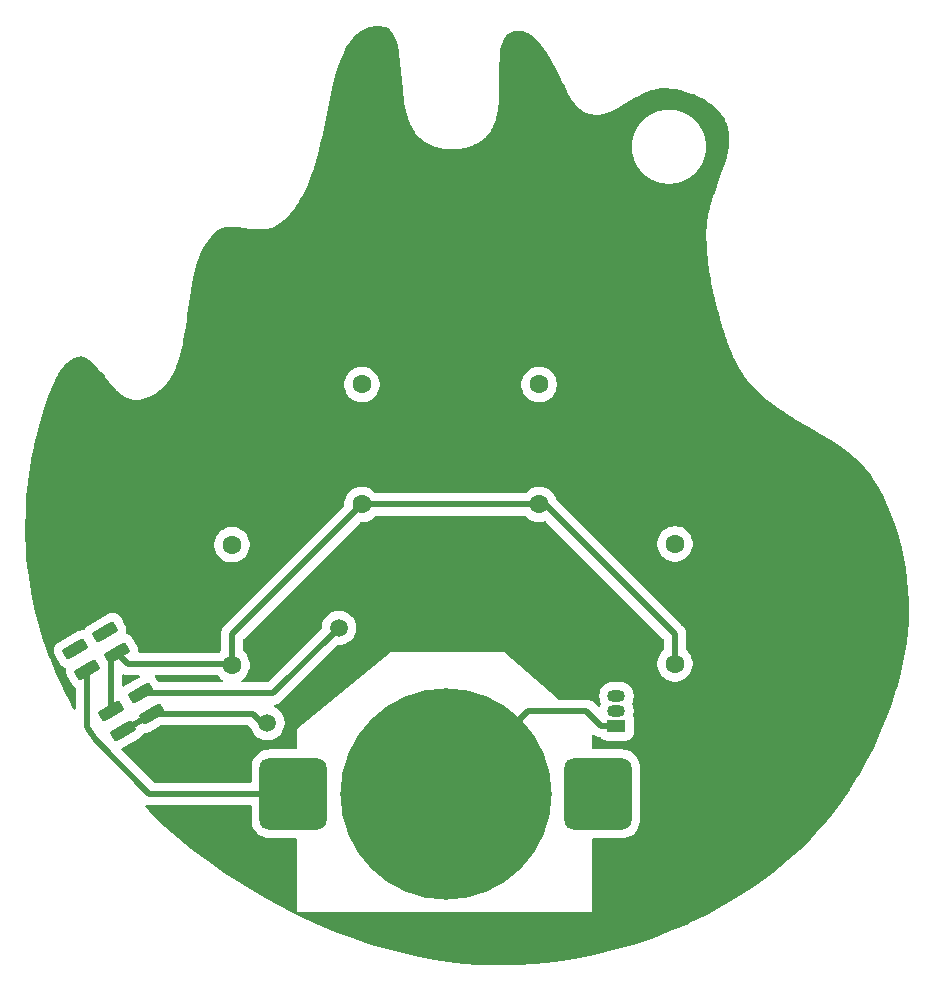
<source format=gbr>
%TF.GenerationSoftware,KiCad,Pcbnew,9.0.6*%
%TF.CreationDate,2025-11-26T15:21:52-08:00*%
%TF.ProjectId,CNC_Class_PCB,434e435f-436c-4617-9373-5f5043422e6b,rev?*%
%TF.SameCoordinates,Original*%
%TF.FileFunction,Copper,L2,Bot*%
%TF.FilePolarity,Positive*%
%FSLAX46Y46*%
G04 Gerber Fmt 4.6, Leading zero omitted, Abs format (unit mm)*
G04 Created by KiCad (PCBNEW 9.0.6) date 2025-11-26 15:21:52*
%MOMM*%
%LPD*%
G01*
G04 APERTURE LIST*
G04 Aperture macros list*
%AMRoundRect*
0 Rectangle with rounded corners*
0 $1 Rounding radius*
0 $2 $3 $4 $5 $6 $7 $8 $9 X,Y pos of 4 corners*
0 Add a 4 corners polygon primitive as box body*
4,1,4,$2,$3,$4,$5,$6,$7,$8,$9,$2,$3,0*
0 Add four circle primitives for the rounded corners*
1,1,$1+$1,$2,$3*
1,1,$1+$1,$4,$5*
1,1,$1+$1,$6,$7*
1,1,$1+$1,$8,$9*
0 Add four rect primitives between the rounded corners*
20,1,$1+$1,$2,$3,$4,$5,0*
20,1,$1+$1,$4,$5,$6,$7,0*
20,1,$1+$1,$6,$7,$8,$9,0*
20,1,$1+$1,$8,$9,$2,$3,0*%
G04 Aperture macros list end*
%TA.AperFunction,SMDPad,CuDef*%
%ADD10C,17.900000*%
%TD*%
%TA.AperFunction,SMDPad,CuDef*%
%ADD11RoundRect,0.855000X1.995000X2.195000X-1.995000X2.195000X-1.995000X-2.195000X1.995000X-2.195000X0*%
%TD*%
%TA.AperFunction,ComponentPad*%
%ADD12C,1.600000*%
%TD*%
%TA.AperFunction,SMDPad,CuDef*%
%ADD13RoundRect,0.150000X0.954423X0.146891X0.604423X0.753109X-0.954423X-0.146891X-0.604423X-0.753109X0*%
%TD*%
%TA.AperFunction,ComponentPad*%
%ADD14R,1.500000X1.050000*%
%TD*%
%TA.AperFunction,ComponentPad*%
%ADD15O,1.500000X1.050000*%
%TD*%
%TA.AperFunction,ViaPad*%
%ADD16C,1.500000*%
%TD*%
%TA.AperFunction,Conductor*%
%ADD17C,0.500000*%
%TD*%
G04 APERTURE END LIST*
D10*
%TO.P,BT1,2,-*%
%TO.N,GND*%
X78100000Y-115500000D03*
D11*
%TO.P,BT1,1,+*%
%TO.N,+BATT*%
X65200000Y-115500000D03*
%TO.N,N/C*%
X91000000Y-115500000D03*
%TD*%
D12*
%TO.P,R4,1*%
%TO.N,Vdrive*%
X97500000Y-104500000D03*
%TO.P,R4,2*%
%TO.N,Net-(D4-A)*%
X97500000Y-94340000D03*
%TD*%
%TO.P,R3,1*%
%TO.N,Vdrive*%
X86000000Y-91000000D03*
%TO.P,R3,2*%
%TO.N,Net-(D3-A)*%
X86000000Y-80840000D03*
%TD*%
%TO.P,R2,1*%
%TO.N,Vdrive*%
X71000000Y-91000000D03*
%TO.P,R2,2*%
%TO.N,Net-(D2-A)*%
X71000000Y-80840000D03*
%TD*%
%TO.P,R1,1*%
%TO.N,Vdrive*%
X60000000Y-104580000D03*
%TO.P,R1,2*%
%TO.N,Net-(D1-A)*%
X60000000Y-94420000D03*
%TD*%
D13*
%TO.P,SW1,1*%
%TO.N,VCC*%
X53255737Y-108739102D03*
%TO.P,SW1,2*%
%TO.N,Net-(U1-Q)*%
X52255737Y-107007051D03*
%TO.P,SW1,3*%
%TO.N,Vdrive*%
X50255737Y-103542949D03*
%TO.P,SW1,4*%
%TO.N,unconnected-(SW1-Pad4)*%
X49255737Y-101810898D03*
%TO.P,SW1,5*%
%TO.N,VCC*%
X50744263Y-110189102D03*
%TO.P,SW1,6*%
%TO.N,Vdrive*%
X49744263Y-108457051D03*
%TO.P,SW1,7*%
%TO.N,+BATT*%
X47744263Y-104992949D03*
%TO.P,SW1,8*%
%TO.N,unconnected-(SW1-Pad8)*%
X46744263Y-103260898D03*
%TD*%
D14*
%TO.P,Q2,1,E*%
%TO.N,GND*%
X92550000Y-109770000D03*
D15*
%TO.P,Q2,2,B*%
%TO.N,Net-(Q2-B)*%
X92550000Y-108500000D03*
%TO.P,Q2,3,C*%
%TO.N,Net-(D1-K)*%
X92550000Y-107230000D03*
%TD*%
D16*
%TO.N,Net-(U1-Q)*%
X69050000Y-101450000D03*
%TO.N,VCC*%
X63000000Y-109500000D03*
%TD*%
D17*
%TO.N,GND*%
X91270000Y-109770000D02*
X90000000Y-108500000D01*
X92550000Y-109770000D02*
X91270000Y-109770000D01*
X90000000Y-108500000D02*
X85100000Y-108500000D01*
X85100000Y-108500000D02*
X78100000Y-115500000D01*
%TO.N,+BATT*%
X53000000Y-115500000D02*
X48454799Y-110954799D01*
X65200000Y-115500000D02*
X53000000Y-115500000D01*
%TO.N,Net-(U1-Q)*%
X63492948Y-107007052D02*
X52255737Y-107007052D01*
X69050000Y-101450000D02*
X63492948Y-107007052D01*
%TO.N,Vdrive*%
X59920000Y-104500000D02*
X60000000Y-104580000D01*
X50255737Y-103542949D02*
X51212788Y-104500000D01*
X51212788Y-104500000D02*
X59920000Y-104500000D01*
X97500000Y-102000000D02*
X97500000Y-104500000D01*
X86500000Y-91000000D02*
X97500000Y-102000000D01*
X86000000Y-91000000D02*
X86500000Y-91000000D01*
X60000000Y-102000000D02*
X71000000Y-91000000D01*
X60000000Y-104580000D02*
X60000000Y-102000000D01*
%TO.N,+BATT*%
X47744263Y-109844193D02*
X47744263Y-104992948D01*
X48038475Y-110326720D02*
X47744263Y-109844193D01*
X48454799Y-110954799D02*
X48038475Y-110326720D01*
%TO.N,Vdrive*%
X71000000Y-91000000D02*
X86000000Y-91000000D01*
%TO.N,VCC*%
X50810899Y-110189101D02*
X53255737Y-108739102D01*
X50744263Y-110189101D02*
X50810899Y-110189101D01*
X61739102Y-108739102D02*
X53255737Y-108739102D01*
X62500000Y-109500000D02*
X61739102Y-108739102D01*
X63000000Y-109500000D02*
X62500000Y-109500000D01*
%TO.N,Vdrive*%
X49744263Y-104054423D02*
X50255737Y-103542949D01*
X49744263Y-108457051D02*
X49744263Y-104054423D01*
%TD*%
%TA.AperFunction,NonConductor*%
G36*
X58781593Y-105470185D02*
G01*
X58814871Y-105501614D01*
X58834824Y-105529076D01*
X58855483Y-105557510D01*
X59022490Y-105724517D01*
X59170750Y-105832235D01*
X59213415Y-105887564D01*
X59219394Y-105957177D01*
X59186788Y-106018972D01*
X59125949Y-106053330D01*
X59097864Y-106056552D01*
X53799860Y-106056552D01*
X53732821Y-106036867D01*
X53692473Y-105994552D01*
X53559741Y-105764652D01*
X53559728Y-105764632D01*
X53536529Y-105730082D01*
X53536527Y-105730079D01*
X53469496Y-105660582D01*
X53437125Y-105598666D01*
X53443367Y-105529076D01*
X53486241Y-105473907D01*
X53552136Y-105450676D01*
X53558747Y-105450500D01*
X58714554Y-105450500D01*
X58781593Y-105470185D01*
G37*
%TD.AperFunction*%
%TA.AperFunction,NonConductor*%
G36*
X50834983Y-105377287D02*
G01*
X50836410Y-105377082D01*
X50866214Y-105385258D01*
X50935537Y-105413973D01*
X51119167Y-105450499D01*
X51119171Y-105450500D01*
X51119172Y-105450500D01*
X52087989Y-105450500D01*
X52155028Y-105470185D01*
X52200783Y-105522989D01*
X52210727Y-105592147D01*
X52181702Y-105655703D01*
X52149989Y-105681887D01*
X50880763Y-106414674D01*
X50812863Y-106431147D01*
X50746836Y-106408294D01*
X50703645Y-106353373D01*
X50694763Y-106307287D01*
X50694763Y-105499820D01*
X50704003Y-105468349D01*
X50712121Y-105436546D01*
X50713802Y-105434980D01*
X50714448Y-105432781D01*
X50739230Y-105411307D01*
X50763259Y-105388936D01*
X50765518Y-105388528D01*
X50767252Y-105387026D01*
X50799717Y-105382357D01*
X50832018Y-105376530D01*
X50834983Y-105377287D01*
G37*
%TD.AperFunction*%
%TA.AperFunction,NonConductor*%
G36*
X72584566Y-50519392D02*
G01*
X72807253Y-50547233D01*
X72826225Y-50551131D01*
X73009783Y-50604074D01*
X73029239Y-50611507D01*
X73183749Y-50685965D01*
X73201879Y-50696688D01*
X73338195Y-50793834D01*
X73353465Y-50806688D01*
X73479271Y-50931229D01*
X73491025Y-50944676D01*
X73609395Y-51101609D01*
X73617838Y-51114370D01*
X73621001Y-51119860D01*
X73728509Y-51306436D01*
X73734284Y-51317765D01*
X73835801Y-51545036D01*
X73839633Y-51554682D01*
X73930716Y-51815184D01*
X73933209Y-51823166D01*
X74011562Y-52107489D01*
X74013703Y-52116586D01*
X74144662Y-52784829D01*
X74145969Y-52792898D01*
X74240888Y-53532784D01*
X74241365Y-53537098D01*
X74315547Y-54336020D01*
X74315594Y-54336539D01*
X74456861Y-55930786D01*
X74456861Y-55930787D01*
X74458073Y-55944474D01*
X74456698Y-55954810D01*
X74463872Y-56009918D01*
X74464097Y-56012457D01*
X74464098Y-56012466D01*
X74468784Y-56065345D01*
X74470552Y-56073276D01*
X74470359Y-56073318D01*
X74474137Y-56088773D01*
X74563085Y-56772012D01*
X74564693Y-56784369D01*
X74563590Y-56799937D01*
X74573174Y-56849505D01*
X74573668Y-56853300D01*
X74579692Y-56899571D01*
X74579696Y-56899585D01*
X74580894Y-56902490D01*
X74588007Y-56926231D01*
X74675043Y-57376388D01*
X74714463Y-57580275D01*
X74714514Y-57580536D01*
X74714514Y-57580537D01*
X74716677Y-57591727D01*
X74716819Y-57592458D01*
X74716748Y-57609338D01*
X74729285Y-57656938D01*
X74730067Y-57660981D01*
X74730071Y-57660998D01*
X74738633Y-57705279D01*
X74740705Y-57709538D01*
X74749107Y-57732194D01*
X74814015Y-57978622D01*
X74814015Y-57978623D01*
X74817258Y-57990936D01*
X74818026Y-58005419D01*
X74833985Y-58054444D01*
X74834892Y-58057888D01*
X74834893Y-58057890D01*
X74847129Y-58104339D01*
X74847133Y-58104351D01*
X74848014Y-58105891D01*
X74858269Y-58129042D01*
X74933856Y-58361230D01*
X74933857Y-58361230D01*
X74937577Y-58372657D01*
X74939685Y-58389918D01*
X74957906Y-58435105D01*
X74959223Y-58439150D01*
X74959223Y-58439152D01*
X74972987Y-58481432D01*
X74972990Y-58481438D01*
X74975921Y-58485947D01*
X74986959Y-58507155D01*
X75076836Y-58730037D01*
X75081031Y-58740441D01*
X75085184Y-58760628D01*
X75105574Y-58801305D01*
X75107466Y-58805997D01*
X75122606Y-58843540D01*
X75122606Y-58843541D01*
X75128257Y-58851050D01*
X75140030Y-58870044D01*
X75246561Y-59082571D01*
X75246562Y-59082571D01*
X75251201Y-59091826D01*
X75258281Y-59114869D01*
X75280609Y-59150494D01*
X75283258Y-59155778D01*
X75283259Y-59155779D01*
X75295591Y-59180381D01*
X75299457Y-59188092D01*
X75308588Y-59198368D01*
X75320964Y-59214881D01*
X75439038Y-59403272D01*
X75451888Y-59423774D01*
X75462852Y-59449177D01*
X75486733Y-59479369D01*
X75507181Y-59511994D01*
X75520513Y-59524393D01*
X75533319Y-59538266D01*
X75593284Y-59614077D01*
X75686784Y-59732286D01*
X75702435Y-59759006D01*
X75727485Y-59783744D01*
X75732204Y-59789710D01*
X75732204Y-59789711D01*
X75749330Y-59811361D01*
X75767231Y-59824684D01*
X75780329Y-59835930D01*
X75914634Y-59968561D01*
X75958941Y-60012316D01*
X75979573Y-60038759D01*
X76005626Y-60058419D01*
X76011488Y-60064208D01*
X76011489Y-60064209D01*
X76028850Y-60081354D01*
X76051021Y-60093969D01*
X76064386Y-60102760D01*
X76251198Y-60243730D01*
X76258311Y-60249097D01*
X76258311Y-60249098D01*
X76265569Y-60254575D01*
X76286061Y-60275373D01*
X76317933Y-60294090D01*
X76323652Y-60298406D01*
X76347449Y-60316362D01*
X76347453Y-60316365D01*
X76352037Y-60318221D01*
X76366095Y-60323912D01*
X76382359Y-60331926D01*
X76530258Y-60418782D01*
X76531115Y-60419285D01*
X76539515Y-60424218D01*
X76556727Y-60438824D01*
X76596115Y-60457457D01*
X76610139Y-60465693D01*
X76633687Y-60479523D01*
X76645095Y-60482670D01*
X76665147Y-60490115D01*
X76697290Y-60505321D01*
X76825105Y-60565788D01*
X76842142Y-60577976D01*
X76884444Y-60593860D01*
X76889076Y-60596051D01*
X76889077Y-60596052D01*
X76925292Y-60613185D01*
X76925295Y-60613185D01*
X76925296Y-60613186D01*
X76934952Y-60614943D01*
X76956326Y-60620850D01*
X77123059Y-60683457D01*
X77139820Y-60693589D01*
X77184535Y-60706540D01*
X77228104Y-60722900D01*
X77236173Y-60723688D01*
X77258608Y-60727995D01*
X77329609Y-60748560D01*
X77419728Y-60774662D01*
X77419727Y-60774662D01*
X77429733Y-60777560D01*
X77431007Y-60777929D01*
X77447488Y-60786317D01*
X77494085Y-60796199D01*
X77522613Y-60804462D01*
X77539825Y-60809448D01*
X77539826Y-60809448D01*
X77539830Y-60809449D01*
X77546575Y-60809584D01*
X77569797Y-60812256D01*
X77746732Y-60849781D01*
X77762998Y-60856679D01*
X77810967Y-60863404D01*
X77858363Y-60873456D01*
X77864083Y-60873153D01*
X77887833Y-60874180D01*
X78068124Y-60899457D01*
X78084290Y-60905060D01*
X78133161Y-60908575D01*
X78181687Y-60915379D01*
X78186675Y-60914764D01*
X78210721Y-60914155D01*
X78393151Y-60927279D01*
X78409359Y-60931718D01*
X78458651Y-60931991D01*
X78486018Y-60933959D01*
X78507828Y-60935529D01*
X78507829Y-60935528D01*
X78507832Y-60935529D01*
X78512389Y-60934652D01*
X78536496Y-60932421D01*
X78719817Y-60933437D01*
X78736233Y-60936787D01*
X78785494Y-60933801D01*
X78834847Y-60934075D01*
X78839279Y-60932913D01*
X78863200Y-60929091D01*
X79046149Y-60918005D01*
X79062947Y-60920277D01*
X79111722Y-60914031D01*
X79160782Y-60911058D01*
X79165349Y-60909532D01*
X79188870Y-60904151D01*
X79370196Y-60880932D01*
X79387553Y-60882077D01*
X79435340Y-60872590D01*
X79483662Y-60866403D01*
X79488639Y-60864361D01*
X79511535Y-60857464D01*
X79689980Y-60822042D01*
X79708070Y-60821942D01*
X79754385Y-60809257D01*
X79801497Y-60799905D01*
X79807106Y-60797141D01*
X79829137Y-60788783D01*
X80003506Y-60741027D01*
X80022506Y-60739491D01*
X80066847Y-60723680D01*
X80071345Y-60722448D01*
X80071346Y-60722448D01*
X80112228Y-60711252D01*
X80112230Y-60711250D01*
X80112233Y-60711250D01*
X80118668Y-60707486D01*
X80139608Y-60697734D01*
X80199171Y-60676496D01*
X93852429Y-60676496D01*
X93852664Y-60677499D01*
X93853743Y-60677607D01*
X93852939Y-60685692D01*
X93854552Y-60736245D01*
X93854597Y-60742320D01*
X93853731Y-60792893D01*
X93854653Y-60800967D01*
X93853244Y-60801127D01*
X93854163Y-60830047D01*
X93855598Y-60830120D01*
X93855189Y-60838238D01*
X93859270Y-60888736D01*
X93859348Y-60889753D01*
X93859530Y-60892265D01*
X93861227Y-60945420D01*
X93864066Y-60954809D01*
X93865063Y-60968551D01*
X93863018Y-60977994D01*
X93863325Y-60981793D01*
X93864848Y-60981796D01*
X93864833Y-60989924D01*
X93871367Y-61040251D01*
X93871505Y-61041354D01*
X93871799Y-61043794D01*
X93876084Y-61096812D01*
X93879283Y-61105787D01*
X93880942Y-61119528D01*
X93879351Y-61129053D01*
X93879791Y-61132447D01*
X93881386Y-61132373D01*
X93881763Y-61140489D01*
X93890730Y-61190515D01*
X93890933Y-61191682D01*
X93891339Y-61194084D01*
X93898188Y-61246821D01*
X93901728Y-61255411D01*
X93904049Y-61269110D01*
X93902912Y-61278714D01*
X93903455Y-61281742D01*
X93905111Y-61281586D01*
X93905877Y-61289674D01*
X93917255Y-61339290D01*
X93917527Y-61340504D01*
X93918036Y-61342833D01*
X93927423Y-61395190D01*
X93931292Y-61403427D01*
X93934270Y-61417038D01*
X93933592Y-61426677D01*
X93934223Y-61429429D01*
X93935917Y-61429187D01*
X93937070Y-61437231D01*
X93950819Y-61486274D01*
X93951162Y-61487522D01*
X93951769Y-61489780D01*
X93963669Y-61541665D01*
X93967862Y-61549579D01*
X93971493Y-61563071D01*
X93971273Y-61572710D01*
X93971987Y-61575254D01*
X93973700Y-61574925D01*
X93975237Y-61582910D01*
X93991323Y-61631271D01*
X93991735Y-61632529D01*
X93992437Y-61634718D01*
X94006817Y-61686006D01*
X94011333Y-61693624D01*
X94015608Y-61706949D01*
X94015847Y-61716593D01*
X94016635Y-61718961D01*
X94018357Y-61718544D01*
X94020273Y-61726445D01*
X94020273Y-61726447D01*
X94020274Y-61726448D01*
X94038689Y-61774091D01*
X94039133Y-61775258D01*
X94039933Y-61777397D01*
X94056753Y-61827961D01*
X94061599Y-61835311D01*
X94066507Y-61848430D01*
X94067204Y-61858050D01*
X94068084Y-61860328D01*
X94069795Y-61859826D01*
X94072083Y-61867620D01*
X94092714Y-61914250D01*
X94094976Y-61919713D01*
X94113366Y-61967290D01*
X94117260Y-61974422D01*
X94117006Y-61974560D01*
X94122994Y-61984805D01*
X94128799Y-61997551D01*
X94130570Y-62006174D01*
X94154423Y-62053809D01*
X94155375Y-62055899D01*
X94155386Y-62055980D01*
X94155912Y-62057095D01*
X94176554Y-62103751D01*
X94176555Y-62103752D01*
X94176556Y-62103754D01*
X94180785Y-62110692D01*
X94179266Y-62111617D01*
X94190969Y-62134981D01*
X94192613Y-62134323D01*
X94195635Y-62141865D01*
X94220612Y-62186305D01*
X94223390Y-62191537D01*
X94246204Y-62237096D01*
X94250763Y-62243829D01*
X94249311Y-62244811D01*
X94262219Y-62267771D01*
X94263805Y-62267046D01*
X94267187Y-62274439D01*
X94294240Y-62317597D01*
X94297270Y-62322698D01*
X94322223Y-62367094D01*
X94327097Y-62373599D01*
X94325725Y-62374626D01*
X94339887Y-62397209D01*
X94341398Y-62396428D01*
X94345128Y-62403645D01*
X94374207Y-62445427D01*
X94377487Y-62450390D01*
X94390842Y-62471694D01*
X94404506Y-62493492D01*
X94409683Y-62499753D01*
X94408401Y-62500812D01*
X94423866Y-62523025D01*
X94425291Y-62522200D01*
X94429362Y-62529223D01*
X94429366Y-62529228D01*
X94460384Y-62569504D01*
X94463906Y-62574313D01*
X94485421Y-62605227D01*
X94492941Y-62616032D01*
X94492943Y-62616034D01*
X94498416Y-62622040D01*
X94498256Y-62622185D01*
X94507181Y-62631435D01*
X94515722Y-62642323D01*
X94519808Y-62650934D01*
X94554250Y-62691433D01*
X94555783Y-62693387D01*
X94555809Y-62693453D01*
X94556464Y-62694262D01*
X94587432Y-62734471D01*
X94593189Y-62740208D01*
X94592110Y-62741290D01*
X94610387Y-62762773D01*
X94611614Y-62761893D01*
X94616355Y-62768498D01*
X94651021Y-62805449D01*
X94655047Y-62809955D01*
X94687872Y-62848551D01*
X94693900Y-62854002D01*
X94693802Y-62854110D01*
X94704230Y-62863021D01*
X94713679Y-62872945D01*
X94718899Y-62881639D01*
X94757131Y-62918584D01*
X94758902Y-62920444D01*
X94758931Y-62920502D01*
X94759529Y-62921108D01*
X94794149Y-62958010D01*
X94800438Y-62963163D01*
X94800371Y-62963244D01*
X94811636Y-62971963D01*
X94821495Y-62981370D01*
X94827344Y-62990105D01*
X94867339Y-63025111D01*
X94869271Y-63026954D01*
X94869298Y-63027002D01*
X94869840Y-63027500D01*
X94906151Y-63062589D01*
X94912682Y-63067425D01*
X94912648Y-63067470D01*
X94924820Y-63075979D01*
X94935051Y-63084840D01*
X94941575Y-63093609D01*
X94983265Y-63126596D01*
X94985340Y-63128393D01*
X94985366Y-63128433D01*
X94985829Y-63128819D01*
X95023756Y-63162015D01*
X95030516Y-63166522D01*
X95029898Y-63167448D01*
X95054779Y-63187129D01*
X95055526Y-63186329D01*
X95061467Y-63191869D01*
X95102448Y-63221097D01*
X95107387Y-63224808D01*
X95146843Y-63256027D01*
X95146846Y-63256028D01*
X95153821Y-63260195D01*
X95153315Y-63261040D01*
X95180065Y-63280112D01*
X95180689Y-63279373D01*
X95186899Y-63284607D01*
X95186902Y-63284610D01*
X95186904Y-63284611D01*
X95186905Y-63284612D01*
X95229212Y-63311695D01*
X95234360Y-63315175D01*
X95275268Y-63344351D01*
X95278461Y-63346048D01*
X95297762Y-63355683D01*
X95308910Y-63362802D01*
X95317733Y-63371545D01*
X95363962Y-63397957D01*
X95366125Y-63399338D01*
X95366518Y-63399590D01*
X95366525Y-63399598D01*
X95366629Y-63399661D01*
X95408894Y-63426718D01*
X95410332Y-63427392D01*
X95432399Y-63437061D01*
X95432762Y-63437268D01*
X95452632Y-63451584D01*
X95453814Y-63452391D01*
X95498528Y-63475025D01*
X95504035Y-63477989D01*
X95547563Y-63502860D01*
X95547568Y-63502861D01*
X95548885Y-63503400D01*
X95571701Y-63512065D01*
X95573283Y-63512866D01*
X95593918Y-63526216D01*
X95594984Y-63526868D01*
X95594988Y-63526871D01*
X95640773Y-63547205D01*
X95646430Y-63549892D01*
X95691117Y-63572513D01*
X95692291Y-63572925D01*
X95715694Y-63580482D01*
X95718648Y-63581794D01*
X95739888Y-63594057D01*
X95741028Y-63594677D01*
X95741035Y-63594682D01*
X95790727Y-63613808D01*
X95839374Y-63635415D01*
X95852047Y-63637410D01*
X95864316Y-63642132D01*
X95864320Y-63642135D01*
X95864331Y-63642138D01*
X95865873Y-63642731D01*
X95867349Y-63643300D01*
X95889257Y-63654513D01*
X95890347Y-63655036D01*
X95890353Y-63655040D01*
X95929789Y-63667969D01*
X95937939Y-63670641D01*
X95943849Y-63672745D01*
X95990596Y-63690738D01*
X95990601Y-63690738D01*
X95991824Y-63691033D01*
X96015872Y-63696191D01*
X96017558Y-63696744D01*
X96039831Y-63706757D01*
X96041109Y-63707293D01*
X96041110Y-63707294D01*
X96089495Y-63720492D01*
X96095440Y-63722276D01*
X96113182Y-63728093D01*
X96143082Y-63737897D01*
X96144429Y-63738150D01*
X96168461Y-63742033D01*
X96168851Y-63742139D01*
X96191441Y-63750942D01*
X96193000Y-63751505D01*
X96193003Y-63751507D01*
X96242840Y-63762441D01*
X96245121Y-63762944D01*
X96296479Y-63776954D01*
X96308894Y-63777009D01*
X96321810Y-63779858D01*
X96330391Y-63784575D01*
X96337712Y-63786182D01*
X96337959Y-63785375D01*
X96345736Y-63787753D01*
X96395777Y-63796129D01*
X96398486Y-63796590D01*
X96450460Y-63807994D01*
X96462331Y-63807449D01*
X96475476Y-63809685D01*
X96484246Y-63813965D01*
X96490877Y-63815076D01*
X96491118Y-63814122D01*
X96498993Y-63816107D01*
X96498995Y-63816107D01*
X96498997Y-63816108D01*
X96549077Y-63821943D01*
X96549486Y-63821993D01*
X96552309Y-63822333D01*
X96604734Y-63831110D01*
X96616059Y-63830019D01*
X96629404Y-63831629D01*
X96638341Y-63835466D01*
X96644321Y-63836164D01*
X96644539Y-63835074D01*
X96652506Y-63836666D01*
X96652511Y-63836668D01*
X96702949Y-63840022D01*
X96703459Y-63840058D01*
X96706190Y-63840254D01*
X96758990Y-63846408D01*
X96769806Y-63844819D01*
X96783303Y-63845788D01*
X96792416Y-63849189D01*
X96797756Y-63849545D01*
X96797939Y-63848322D01*
X96805973Y-63849520D01*
X96805976Y-63849521D01*
X96856727Y-63850389D01*
X96857254Y-63850400D01*
X96859881Y-63850461D01*
X96912954Y-63853993D01*
X96923269Y-63851951D01*
X96936890Y-63852271D01*
X96946131Y-63855222D01*
X96950905Y-63855304D01*
X96951038Y-63853968D01*
X96959114Y-63854769D01*
X96959124Y-63854772D01*
X97009701Y-63853157D01*
X97010590Y-63853132D01*
X97013168Y-63853068D01*
X97066332Y-63853980D01*
X97076172Y-63851522D01*
X97089874Y-63851186D01*
X97099251Y-63853691D01*
X97103477Y-63853556D01*
X97103550Y-63852113D01*
X97111663Y-63852521D01*
X97111666Y-63852520D01*
X97111668Y-63852521D01*
X97162330Y-63848426D01*
X97163184Y-63848361D01*
X97165680Y-63848179D01*
X97218853Y-63846484D01*
X97228246Y-63843642D01*
X97241990Y-63842646D01*
X97251461Y-63844696D01*
X97255228Y-63844392D01*
X97255231Y-63842862D01*
X97263352Y-63842875D01*
X97263360Y-63842877D01*
X97313776Y-63836329D01*
X97314786Y-63836203D01*
X97317209Y-63835910D01*
X97370245Y-63831625D01*
X97379227Y-63828422D01*
X97392965Y-63826764D01*
X97402529Y-63828361D01*
X97405873Y-63827927D01*
X97405799Y-63826321D01*
X97413915Y-63825942D01*
X97413924Y-63825943D01*
X97464157Y-63816937D01*
X97465099Y-63816773D01*
X97467441Y-63816376D01*
X97520257Y-63809518D01*
X97528854Y-63805974D01*
X97542547Y-63803655D01*
X97552183Y-63804795D01*
X97555166Y-63804261D01*
X97555008Y-63802595D01*
X97563099Y-63801827D01*
X97563099Y-63801826D01*
X97563105Y-63801827D01*
X97612863Y-63790414D01*
X97613931Y-63790176D01*
X97616209Y-63789677D01*
X97668626Y-63780281D01*
X97676862Y-63776411D01*
X97690479Y-63773433D01*
X97700141Y-63774113D01*
X97702862Y-63773489D01*
X97702619Y-63771788D01*
X97710660Y-63770634D01*
X97710665Y-63770634D01*
X97759878Y-63756835D01*
X97760952Y-63756540D01*
X97763174Y-63755941D01*
X97815097Y-63744034D01*
X97823014Y-63739838D01*
X97836507Y-63736207D01*
X97846191Y-63736427D01*
X97848689Y-63735726D01*
X97848357Y-63734002D01*
X97856338Y-63732465D01*
X97904699Y-63716376D01*
X97905968Y-63715961D01*
X97908136Y-63715265D01*
X97959439Y-63700882D01*
X97967055Y-63696365D01*
X97980382Y-63692091D01*
X97990054Y-63691851D01*
X97992400Y-63691070D01*
X97991981Y-63689342D01*
X97999875Y-63687427D01*
X97999876Y-63687426D01*
X97999880Y-63687426D01*
X98047550Y-63668997D01*
X98048719Y-63668554D01*
X98050849Y-63667757D01*
X98101393Y-63650944D01*
X98108742Y-63646097D01*
X98121860Y-63641190D01*
X98131516Y-63640489D01*
X98133754Y-63639624D01*
X98133249Y-63637904D01*
X98141047Y-63635612D01*
X98141054Y-63635612D01*
X98187712Y-63614967D01*
X98193150Y-63612716D01*
X98193251Y-63612677D01*
X98240719Y-63594329D01*
X98240725Y-63594323D01*
X98247855Y-63590432D01*
X98247994Y-63590687D01*
X98258237Y-63584699D01*
X98270981Y-63578894D01*
X98279606Y-63577124D01*
X98327237Y-63553271D01*
X98329304Y-63552330D01*
X98329387Y-63552318D01*
X98330532Y-63551779D01*
X98377180Y-63531140D01*
X98384123Y-63526908D01*
X98384272Y-63527153D01*
X98394270Y-63520649D01*
X98406714Y-63514249D01*
X98415295Y-63512056D01*
X98461723Y-63485959D01*
X98463748Y-63484918D01*
X98463829Y-63484902D01*
X98464919Y-63484323D01*
X98510530Y-63461484D01*
X98510534Y-63461479D01*
X98517264Y-63456924D01*
X98517419Y-63457154D01*
X98527199Y-63450106D01*
X98539303Y-63443134D01*
X98547865Y-63440504D01*
X98593000Y-63412208D01*
X98594993Y-63411061D01*
X98595074Y-63411041D01*
X98596110Y-63410426D01*
X98640525Y-63385463D01*
X98647033Y-63380588D01*
X98647190Y-63380797D01*
X98656778Y-63373170D01*
X98668513Y-63365646D01*
X98677074Y-63362559D01*
X98720757Y-63332155D01*
X98722734Y-63330888D01*
X98722810Y-63330865D01*
X98723795Y-63330215D01*
X98766915Y-63303184D01*
X98766917Y-63303183D01*
X98766919Y-63303180D01*
X98773181Y-63298004D01*
X98774247Y-63299293D01*
X98796454Y-63283833D01*
X98795622Y-63282398D01*
X98802655Y-63278319D01*
X98802659Y-63278318D01*
X98842944Y-63247290D01*
X98847748Y-63243772D01*
X98889459Y-63214743D01*
X98889464Y-63214736D01*
X98895467Y-63209268D01*
X98896550Y-63210457D01*
X98918392Y-63193631D01*
X98917527Y-63192292D01*
X98924343Y-63187884D01*
X98924355Y-63187879D01*
X98963076Y-63154947D01*
X98967646Y-63151248D01*
X99007899Y-63120248D01*
X99007902Y-63120243D01*
X99013639Y-63114487D01*
X99014726Y-63115571D01*
X99036200Y-63097300D01*
X99035317Y-63096070D01*
X99041917Y-63091332D01*
X99041917Y-63091331D01*
X99041920Y-63091330D01*
X99078916Y-63056620D01*
X99083365Y-63052647D01*
X99121972Y-63019814D01*
X99121975Y-63019809D01*
X99127424Y-63013784D01*
X99128493Y-63014751D01*
X99149592Y-62994952D01*
X99148705Y-62993836D01*
X99155065Y-62988779D01*
X99155070Y-62988777D01*
X99190212Y-62952408D01*
X99194545Y-62948138D01*
X99201483Y-62941629D01*
X99231434Y-62913530D01*
X99231439Y-62913521D01*
X99236581Y-62907246D01*
X99236662Y-62907312D01*
X99245387Y-62896039D01*
X99254790Y-62886182D01*
X99263526Y-62880334D01*
X99298533Y-62840334D01*
X99300367Y-62838413D01*
X99300415Y-62838385D01*
X99300914Y-62837843D01*
X99303536Y-62835130D01*
X99336012Y-62801522D01*
X99336014Y-62801516D01*
X99340852Y-62794985D01*
X99340900Y-62795020D01*
X99349400Y-62782858D01*
X99358261Y-62772625D01*
X99367027Y-62766105D01*
X99400030Y-62724393D01*
X99401819Y-62722328D01*
X99401859Y-62722301D01*
X99402218Y-62721870D01*
X99435436Y-62683919D01*
X99435436Y-62683917D01*
X99435438Y-62683916D01*
X99439948Y-62677153D01*
X99440878Y-62677773D01*
X99460547Y-62652907D01*
X99459743Y-62652157D01*
X99465287Y-62646210D01*
X99465286Y-62646210D01*
X99465291Y-62646207D01*
X99494542Y-62605190D01*
X99498186Y-62600340D01*
X99529445Y-62560837D01*
X99529447Y-62560833D01*
X99533611Y-62553863D01*
X99534457Y-62554368D01*
X99553532Y-62527615D01*
X99552790Y-62526990D01*
X99558021Y-62520782D01*
X99558029Y-62520775D01*
X99585143Y-62478417D01*
X99588572Y-62473345D01*
X99617770Y-62432406D01*
X99617772Y-62432401D01*
X99621588Y-62425225D01*
X99622335Y-62425622D01*
X99640707Y-62396915D01*
X99640045Y-62396412D01*
X99644958Y-62389948D01*
X99644963Y-62389944D01*
X99669871Y-62346345D01*
X99673076Y-62341050D01*
X99700135Y-62298783D01*
X99700137Y-62298773D01*
X99700826Y-62297307D01*
X99710493Y-62275247D01*
X99710705Y-62274877D01*
X99724976Y-62255079D01*
X99725803Y-62253867D01*
X99725808Y-62253863D01*
X99749858Y-62206351D01*
X99776277Y-62160112D01*
X99779538Y-62147718D01*
X99786284Y-62134390D01*
X99799621Y-62113778D01*
X99800284Y-62112693D01*
X99800289Y-62112688D01*
X99813220Y-62083574D01*
X99820624Y-62066904D01*
X99821899Y-62064032D01*
X99845929Y-62016562D01*
X99848566Y-62003989D01*
X99853902Y-61991974D01*
X99853904Y-61991972D01*
X99853906Y-61991964D01*
X99855220Y-61989006D01*
X99867458Y-61967819D01*
X99868095Y-61966647D01*
X99868095Y-61966645D01*
X99868098Y-61966642D01*
X99887223Y-61916952D01*
X99908832Y-61868301D01*
X99910827Y-61855629D01*
X99916709Y-61840346D01*
X99927893Y-61818494D01*
X99928450Y-61817333D01*
X99928456Y-61817325D01*
X99944065Y-61769710D01*
X99946165Y-61763818D01*
X99964155Y-61717082D01*
X99964438Y-61715909D01*
X99969604Y-61691811D01*
X99970159Y-61690118D01*
X99980178Y-61667837D01*
X99980710Y-61666569D01*
X99980710Y-61666567D01*
X99980712Y-61666565D01*
X99994729Y-61615179D01*
X100011315Y-61564589D01*
X100012019Y-61551793D01*
X100015545Y-61538865D01*
X100024339Y-61516288D01*
X100024921Y-61514677D01*
X100024924Y-61514672D01*
X100035834Y-61464944D01*
X100036359Y-61462563D01*
X100050372Y-61411196D01*
X100050427Y-61398784D01*
X100053277Y-61385865D01*
X100057998Y-61377277D01*
X100059602Y-61369973D01*
X100058791Y-61369725D01*
X100061167Y-61361955D01*
X100061167Y-61361949D01*
X100061169Y-61361947D01*
X100069519Y-61312066D01*
X100070010Y-61309173D01*
X100081412Y-61257216D01*
X100080867Y-61245349D01*
X100083104Y-61232201D01*
X100087388Y-61223422D01*
X100088498Y-61216801D01*
X100087541Y-61216560D01*
X100089528Y-61208678D01*
X100091301Y-61193461D01*
X100095375Y-61158501D01*
X100095410Y-61158210D01*
X100095750Y-61155383D01*
X100104530Y-61102949D01*
X100103438Y-61091618D01*
X100105048Y-61078273D01*
X100108892Y-61069319D01*
X100109588Y-61063354D01*
X100108493Y-61063135D01*
X100110083Y-61055177D01*
X100110087Y-61055168D01*
X100113455Y-61004528D01*
X100113478Y-61004210D01*
X100113672Y-61001502D01*
X100119828Y-60948684D01*
X100118239Y-60937871D01*
X100119209Y-60924373D01*
X100122612Y-60915256D01*
X100122967Y-60909925D01*
X100121742Y-60909743D01*
X100122941Y-60901705D01*
X100123810Y-60850953D01*
X100123821Y-60850417D01*
X100123882Y-60847788D01*
X100127414Y-60794724D01*
X100125372Y-60784409D01*
X100125693Y-60770793D01*
X100128649Y-60761535D01*
X100128731Y-60756786D01*
X100127390Y-60756653D01*
X100128192Y-60748565D01*
X100128194Y-60748559D01*
X100126580Y-60697992D01*
X100126555Y-60697100D01*
X100126491Y-60694520D01*
X100127404Y-60641351D01*
X100124946Y-60631506D01*
X100124610Y-60617808D01*
X100127116Y-60608426D01*
X100126982Y-60604203D01*
X100125538Y-60604131D01*
X100125946Y-60596014D01*
X100125144Y-60586087D01*
X100121849Y-60545323D01*
X100121786Y-60544487D01*
X100121605Y-60541992D01*
X100119910Y-60488828D01*
X100117068Y-60479432D01*
X100116072Y-60465693D01*
X100118124Y-60456212D01*
X100117821Y-60452452D01*
X100116288Y-60452450D01*
X100116303Y-60444317D01*
X100109767Y-60393988D01*
X100109628Y-60392879D01*
X100109336Y-60390465D01*
X100105052Y-60337433D01*
X100101851Y-60328456D01*
X100100193Y-60314715D01*
X100101789Y-60305154D01*
X100101354Y-60301801D01*
X100099750Y-60301876D01*
X100099372Y-60293759D01*
X100099371Y-60293757D01*
X100099372Y-60293755D01*
X100090391Y-60243661D01*
X100090198Y-60242553D01*
X100089798Y-60240195D01*
X100082948Y-60187424D01*
X100079405Y-60178828D01*
X100077086Y-60165132D01*
X100078225Y-60155505D01*
X100077689Y-60152510D01*
X100076026Y-60152668D01*
X100075258Y-60144576D01*
X100075257Y-60144575D01*
X100075258Y-60144572D01*
X100063856Y-60094859D01*
X100063607Y-60093744D01*
X100063102Y-60091439D01*
X100053713Y-60039054D01*
X100049843Y-60030817D01*
X100046865Y-60017200D01*
X100047544Y-60007544D01*
X100046919Y-60004819D01*
X100045220Y-60005063D01*
X100044066Y-59997017D01*
X100044066Y-59997015D01*
X100030293Y-59947891D01*
X100029975Y-59946734D01*
X100029374Y-59944500D01*
X100017467Y-59892578D01*
X100013272Y-59884661D01*
X100009642Y-59871170D01*
X100009862Y-59861496D01*
X100009159Y-59858988D01*
X100007436Y-59859320D01*
X100005899Y-59851335D01*
X99989806Y-59802959D01*
X99989392Y-59801694D01*
X99988698Y-59799532D01*
X99974318Y-59748239D01*
X99969800Y-59740618D01*
X99965528Y-59727300D01*
X99965287Y-59717622D01*
X99964505Y-59715270D01*
X99962777Y-59715690D01*
X99960862Y-59707793D01*
X99944135Y-59664520D01*
X99942451Y-59660164D01*
X99941992Y-59658956D01*
X99941195Y-59656825D01*
X99924383Y-59606284D01*
X99919536Y-59598933D01*
X99914629Y-59585818D01*
X99913927Y-59576153D01*
X99913063Y-59573915D01*
X99911343Y-59574421D01*
X99909053Y-59566626D01*
X99909051Y-59566622D01*
X99909051Y-59566619D01*
X99888364Y-59519865D01*
X99887873Y-59518736D01*
X99886978Y-59516654D01*
X99867769Y-59466955D01*
X99862578Y-59459845D01*
X99857051Y-59446977D01*
X99855890Y-59437364D01*
X99854917Y-59435163D01*
X99853225Y-59435750D01*
X99850566Y-59428074D01*
X99850565Y-59428068D01*
X99838148Y-59403272D01*
X99827733Y-59382473D01*
X99825210Y-59377120D01*
X99820877Y-59367327D01*
X99804580Y-59330490D01*
X99804577Y-59330486D01*
X99800349Y-59323549D01*
X99801868Y-59322622D01*
X99790170Y-59299261D01*
X99788522Y-59299922D01*
X99785499Y-59292378D01*
X99760519Y-59247932D01*
X99757740Y-59242699D01*
X99750320Y-59227881D01*
X99734928Y-59197143D01*
X99734926Y-59197141D01*
X99734926Y-59197140D01*
X99730372Y-59190413D01*
X99730600Y-59190258D01*
X99723551Y-59180472D01*
X99716578Y-59168365D01*
X99713949Y-59159807D01*
X99685671Y-59114698D01*
X99684514Y-59112688D01*
X99684494Y-59112608D01*
X99683872Y-59111560D01*
X99658912Y-59067151D01*
X99654037Y-59060643D01*
X99654246Y-59060486D01*
X99646617Y-59050895D01*
X99639094Y-59039159D01*
X99636007Y-59030599D01*
X99605598Y-58986905D01*
X99604333Y-58984931D01*
X99604310Y-58984853D01*
X99603663Y-58983874D01*
X99576632Y-58940754D01*
X99571454Y-58934491D01*
X99571638Y-58934338D01*
X99563385Y-58924921D01*
X99555340Y-58913595D01*
X99551768Y-58905013D01*
X99519291Y-58862844D01*
X99517906Y-58860894D01*
X99517880Y-58860820D01*
X99517221Y-58859920D01*
X99499137Y-58833935D01*
X99488194Y-58818211D01*
X99488193Y-58818210D01*
X99482719Y-58812202D01*
X99483904Y-58811121D01*
X99467071Y-58789269D01*
X99465737Y-58790132D01*
X99461326Y-58783308D01*
X99452158Y-58772528D01*
X99428433Y-58744631D01*
X99424681Y-58739996D01*
X99393703Y-58699772D01*
X99393701Y-58699771D01*
X99393701Y-58699770D01*
X99387946Y-58694035D01*
X99389023Y-58692953D01*
X99370750Y-58671471D01*
X99369522Y-58672353D01*
X99364785Y-58665754D01*
X99364783Y-58665751D01*
X99330090Y-58628771D01*
X99326082Y-58624283D01*
X99311682Y-58607351D01*
X99293262Y-58585692D01*
X99293256Y-58585688D01*
X99287235Y-58580243D01*
X99288201Y-58579174D01*
X99268408Y-58558080D01*
X99267294Y-58558967D01*
X99262237Y-58552606D01*
X99262235Y-58552604D01*
X99262234Y-58552602D01*
X99231373Y-58522780D01*
X99225861Y-58517453D01*
X99221598Y-58513126D01*
X99196099Y-58485947D01*
X99186987Y-58476234D01*
X99186982Y-58476231D01*
X99180698Y-58471081D01*
X99181547Y-58470044D01*
X99160153Y-58449371D01*
X99159158Y-58450246D01*
X99153793Y-58444141D01*
X99149526Y-58440406D01*
X99115752Y-58410845D01*
X99111298Y-58406749D01*
X99074983Y-58371656D01*
X99074980Y-58371654D01*
X99068451Y-58366819D01*
X99069185Y-58365827D01*
X99046094Y-58345619D01*
X99045221Y-58346468D01*
X99039559Y-58340635D01*
X99039557Y-58340634D01*
X99039557Y-58340633D01*
X99000029Y-58309356D01*
X98995311Y-58305429D01*
X98993526Y-58303867D01*
X98969704Y-58283016D01*
X98957375Y-58272225D01*
X98950615Y-58267718D01*
X98950617Y-58267714D01*
X98937473Y-58259451D01*
X98926904Y-58251156D01*
X98919663Y-58242373D01*
X98876374Y-58211499D01*
X98874131Y-58209739D01*
X98874108Y-58209706D01*
X98873745Y-58209434D01*
X98834292Y-58178217D01*
X98834291Y-58178216D01*
X98834288Y-58178214D01*
X98834284Y-58178212D01*
X98827313Y-58174048D01*
X98827816Y-58173204D01*
X98801068Y-58154132D01*
X98800446Y-58154871D01*
X98794227Y-58149630D01*
X98751908Y-58122539D01*
X98746762Y-58119060D01*
X98705868Y-58089894D01*
X98698689Y-58086078D01*
X98699083Y-58085335D01*
X98670373Y-58066959D01*
X98669873Y-58067618D01*
X98663403Y-58062700D01*
X98663400Y-58062698D01*
X98646902Y-58053272D01*
X98619818Y-58037797D01*
X98614482Y-58034567D01*
X98583339Y-58014631D01*
X98572239Y-58007525D01*
X98572238Y-58007524D01*
X98572237Y-58007524D01*
X98570752Y-58006827D01*
X98548637Y-57997126D01*
X98548273Y-57996918D01*
X98528487Y-57982650D01*
X98527320Y-57981853D01*
X98527319Y-57981852D01*
X98484279Y-57960065D01*
X98482598Y-57959214D01*
X98477087Y-57956247D01*
X98476481Y-57955901D01*
X98433570Y-57931383D01*
X98432251Y-57930844D01*
X98409401Y-57922162D01*
X98407822Y-57921362D01*
X98387173Y-57908001D01*
X98386144Y-57907371D01*
X98340367Y-57887038D01*
X98340367Y-57887039D01*
X98337493Y-57885762D01*
X98290019Y-57861731D01*
X98277449Y-57859093D01*
X98265439Y-57853759D01*
X98265438Y-57853758D01*
X98262494Y-57852451D01*
X98241244Y-57840184D01*
X98240096Y-57839559D01*
X98193339Y-57821562D01*
X98187574Y-57819174D01*
X98151271Y-57803051D01*
X98141754Y-57798824D01*
X98140572Y-57798475D01*
X98116819Y-57792110D01*
X98113804Y-57790950D01*
X98091911Y-57779746D01*
X98090783Y-57779204D01*
X98090781Y-57779203D01*
X98090778Y-57779202D01*
X98090776Y-57779201D01*
X98043178Y-57763595D01*
X98043178Y-57763594D01*
X98040161Y-57762604D01*
X97990535Y-57743505D01*
X97977769Y-57742150D01*
X97965325Y-57738071D01*
X97965323Y-57738071D01*
X97963634Y-57737518D01*
X97941356Y-57727508D01*
X97940025Y-57726950D01*
X97940024Y-57726949D01*
X97940023Y-57726949D01*
X97921244Y-57721826D01*
X97891650Y-57713752D01*
X97891650Y-57713751D01*
X97888604Y-57712920D01*
X97838046Y-57696346D01*
X97825251Y-57695641D01*
X97812566Y-57692181D01*
X97812532Y-57692159D01*
X97812424Y-57692142D01*
X97812018Y-57692031D01*
X97789616Y-57683273D01*
X97788127Y-57682735D01*
X97739092Y-57671975D01*
X97738965Y-57671947D01*
X97735972Y-57671287D01*
X97684654Y-57657289D01*
X97672243Y-57657232D01*
X97659322Y-57654383D01*
X97650759Y-57649675D01*
X97643417Y-57648063D01*
X97643172Y-57648867D01*
X97635401Y-57646491D01*
X97635398Y-57646490D01*
X97635397Y-57646490D01*
X97585801Y-57638186D01*
X97585518Y-57638139D01*
X97582624Y-57637646D01*
X97530672Y-57626249D01*
X97518803Y-57626792D01*
X97505658Y-57624557D01*
X97496897Y-57620281D01*
X97490252Y-57619167D01*
X97490012Y-57620120D01*
X97482126Y-57618132D01*
X97432141Y-57612307D01*
X97431654Y-57612250D01*
X97428831Y-57611909D01*
X97376400Y-57603133D01*
X97365066Y-57604222D01*
X97351731Y-57602615D01*
X97342795Y-57598778D01*
X97336811Y-57598079D01*
X97336594Y-57599169D01*
X97328622Y-57597575D01*
X97278325Y-57594229D01*
X97277682Y-57594185D01*
X97274926Y-57593987D01*
X97222140Y-57587836D01*
X97211326Y-57589423D01*
X97197831Y-57588455D01*
X97188732Y-57585059D01*
X97183375Y-57584701D01*
X97183194Y-57585921D01*
X97175158Y-57584722D01*
X97124683Y-57583858D01*
X97123896Y-57583842D01*
X97121219Y-57583779D01*
X97068180Y-57580251D01*
X97057865Y-57582291D01*
X97044248Y-57581972D01*
X97035012Y-57579022D01*
X97030235Y-57578940D01*
X97030103Y-57580275D01*
X97022016Y-57579472D01*
X97022015Y-57579472D01*
X96988851Y-57580530D01*
X96971454Y-57581085D01*
X96970543Y-57581111D01*
X96967964Y-57581174D01*
X96914803Y-57580264D01*
X96904960Y-57582720D01*
X96891261Y-57583057D01*
X96881916Y-57580560D01*
X96877647Y-57580696D01*
X96877575Y-57582130D01*
X96869461Y-57581721D01*
X96818968Y-57585802D01*
X96817954Y-57585880D01*
X96815442Y-57586062D01*
X96762285Y-57587759D01*
X96752884Y-57590601D01*
X96739150Y-57591598D01*
X96729691Y-57589550D01*
X96725902Y-57589856D01*
X96725900Y-57591382D01*
X96717775Y-57591367D01*
X96717774Y-57591367D01*
X96717771Y-57591367D01*
X96667433Y-57597903D01*
X96666333Y-57598041D01*
X96663889Y-57598335D01*
X96610886Y-57602620D01*
X96601908Y-57605820D01*
X96588170Y-57607479D01*
X96578638Y-57605887D01*
X96575257Y-57606326D01*
X96575332Y-57607923D01*
X96567214Y-57608301D01*
X96567213Y-57608301D01*
X96567211Y-57608301D01*
X96517120Y-57617280D01*
X96516033Y-57617469D01*
X96513655Y-57617871D01*
X96460878Y-57624726D01*
X96452284Y-57628267D01*
X96438586Y-57630588D01*
X96428985Y-57629451D01*
X96425954Y-57629994D01*
X96426111Y-57631650D01*
X96418027Y-57632416D01*
X96368419Y-57643794D01*
X96367199Y-57644067D01*
X96364882Y-57644573D01*
X96312510Y-57653963D01*
X96304271Y-57657833D01*
X96290659Y-57660811D01*
X96281024Y-57660133D01*
X96278269Y-57660765D01*
X96278512Y-57662458D01*
X96270473Y-57663610D01*
X96221451Y-57677355D01*
X96220199Y-57677699D01*
X96217939Y-57678307D01*
X96166034Y-57690212D01*
X96158119Y-57694405D01*
X96144628Y-57698036D01*
X96134968Y-57697816D01*
X96132443Y-57698524D01*
X96132774Y-57700242D01*
X96124794Y-57701778D01*
X96076412Y-57717872D01*
X96075154Y-57718283D01*
X96072919Y-57718999D01*
X96021699Y-57733361D01*
X96014080Y-57737876D01*
X96000758Y-57742151D01*
X95991116Y-57742390D01*
X95988736Y-57743181D01*
X95989154Y-57744901D01*
X95981252Y-57746818D01*
X95933694Y-57765201D01*
X95932441Y-57765678D01*
X95930287Y-57766483D01*
X95879742Y-57783299D01*
X95872390Y-57788145D01*
X95859275Y-57793053D01*
X95849650Y-57793751D01*
X95847378Y-57794629D01*
X95847881Y-57796341D01*
X95840086Y-57798630D01*
X95840084Y-57798630D01*
X95840083Y-57798631D01*
X95818283Y-57808276D01*
X95793445Y-57819265D01*
X95787987Y-57821526D01*
X95740410Y-57839917D01*
X95733287Y-57843808D01*
X95732434Y-57842247D01*
X95708620Y-57852783D01*
X95709202Y-57854462D01*
X95701522Y-57857121D01*
X95655924Y-57879955D01*
X95650577Y-57882474D01*
X95603954Y-57903102D01*
X95597014Y-57907334D01*
X95596866Y-57907092D01*
X95586861Y-57913597D01*
X95574417Y-57919995D01*
X95565844Y-57922188D01*
X95519441Y-57948268D01*
X95517365Y-57949336D01*
X95517282Y-57949351D01*
X95516184Y-57949935D01*
X95470602Y-57972763D01*
X95463869Y-57977322D01*
X95462891Y-57975878D01*
X95439934Y-57988783D01*
X95440656Y-57990361D01*
X95433266Y-57993741D01*
X95390106Y-58020797D01*
X95385005Y-58023827D01*
X95340613Y-58048779D01*
X95334111Y-58053650D01*
X95333086Y-58052282D01*
X95310497Y-58066446D01*
X95311277Y-58067955D01*
X95304061Y-58071685D01*
X95304059Y-58071686D01*
X95304056Y-58071687D01*
X95304054Y-58071689D01*
X95262294Y-58100752D01*
X95257328Y-58104034D01*
X95214221Y-58131059D01*
X95207951Y-58136243D01*
X95207798Y-58136058D01*
X95198384Y-58144309D01*
X95187057Y-58152354D01*
X95178480Y-58155926D01*
X95136330Y-58188386D01*
X95134364Y-58189784D01*
X95134292Y-58189808D01*
X95133392Y-58190468D01*
X95091671Y-58219505D01*
X95085671Y-58224973D01*
X95085527Y-58224815D01*
X95076274Y-58233741D01*
X95065386Y-58242282D01*
X95056781Y-58246366D01*
X95016276Y-58280812D01*
X95014337Y-58282334D01*
X95014269Y-58282361D01*
X95013460Y-58283016D01*
X94973242Y-58313991D01*
X94967504Y-58319750D01*
X94967374Y-58319620D01*
X94958286Y-58329273D01*
X94947870Y-58338278D01*
X94939214Y-58342916D01*
X94900443Y-58379289D01*
X94898525Y-58380948D01*
X94898461Y-58380977D01*
X94897755Y-58381608D01*
X94859164Y-58414429D01*
X94853710Y-58420461D01*
X94852644Y-58419497D01*
X94831548Y-58439294D01*
X94832432Y-58440406D01*
X94826070Y-58445462D01*
X94790912Y-58481846D01*
X94786587Y-58486107D01*
X94749703Y-58520712D01*
X94744550Y-58527003D01*
X94744469Y-58526936D01*
X94735745Y-58538206D01*
X94726341Y-58548061D01*
X94717606Y-58553912D01*
X94682611Y-58593895D01*
X94680768Y-58595827D01*
X94680720Y-58595854D01*
X94680226Y-58596392D01*
X94645124Y-58632719D01*
X94640288Y-58639251D01*
X94640242Y-58639217D01*
X94631731Y-58651392D01*
X94622872Y-58661619D01*
X94614108Y-58668141D01*
X94581141Y-58709804D01*
X94579329Y-58711897D01*
X94579288Y-58711923D01*
X94578907Y-58712381D01*
X94545701Y-58750322D01*
X94541193Y-58757084D01*
X94541188Y-58757081D01*
X94532924Y-58770224D01*
X94524625Y-58780797D01*
X94515847Y-58788036D01*
X94484990Y-58831300D01*
X94483225Y-58833550D01*
X94483195Y-58833571D01*
X94482922Y-58833935D01*
X94451690Y-58873407D01*
X94448561Y-58878645D01*
X94439597Y-58894585D01*
X94431882Y-58905461D01*
X94423105Y-58913471D01*
X94394431Y-58958262D01*
X94392721Y-58960674D01*
X94392701Y-58960689D01*
X94392537Y-58960933D01*
X94363366Y-59001837D01*
X94359551Y-59009014D01*
X94358809Y-59008619D01*
X94340436Y-59037327D01*
X94341093Y-59037827D01*
X94336174Y-59044298D01*
X94311274Y-59087877D01*
X94308047Y-59093209D01*
X94281000Y-59135462D01*
X94280300Y-59136955D01*
X94270638Y-59159000D01*
X94270432Y-59159361D01*
X94256120Y-59179220D01*
X94255327Y-59180381D01*
X94232691Y-59225099D01*
X94232691Y-59225100D01*
X94231276Y-59227893D01*
X94204859Y-59274132D01*
X94201599Y-59286517D01*
X94195669Y-59298233D01*
X94195670Y-59298233D01*
X94194867Y-59299820D01*
X94181489Y-59320504D01*
X94180847Y-59321555D01*
X94160515Y-59367327D01*
X94160516Y-59367328D01*
X94159232Y-59370217D01*
X94135207Y-59417681D01*
X94132570Y-59430246D01*
X94127237Y-59442254D01*
X94125922Y-59445215D01*
X94113658Y-59466460D01*
X94113033Y-59467609D01*
X94095030Y-59514377D01*
X94095031Y-59514378D01*
X94093903Y-59517308D01*
X94072303Y-59565942D01*
X94070307Y-59578610D01*
X94065589Y-59590868D01*
X94065590Y-59590868D01*
X94064428Y-59593888D01*
X94053203Y-59615826D01*
X94052679Y-59616919D01*
X94037072Y-59664519D01*
X94037073Y-59664520D01*
X94036098Y-59667495D01*
X94016981Y-59717164D01*
X94015626Y-59729932D01*
X94011532Y-59742421D01*
X94011530Y-59742423D01*
X94010998Y-59744050D01*
X94000958Y-59766404D01*
X94000423Y-59767680D01*
X93987231Y-59816036D01*
X93987232Y-59816037D01*
X93986408Y-59819058D01*
X93969821Y-59869654D01*
X93969116Y-59882450D01*
X93965655Y-59895136D01*
X93965614Y-59895202D01*
X93965581Y-59895410D01*
X93965472Y-59895806D01*
X93956731Y-59918134D01*
X93956211Y-59919574D01*
X93945462Y-59968561D01*
X93945434Y-59968692D01*
X93944772Y-59971689D01*
X93930764Y-60023048D01*
X93930707Y-60035459D01*
X93927858Y-60048379D01*
X93923152Y-60056937D01*
X93921539Y-60064284D01*
X93922342Y-60064530D01*
X93919965Y-60072298D01*
X93919965Y-60072301D01*
X93916170Y-60094970D01*
X93911667Y-60121866D01*
X93911614Y-60122181D01*
X93911119Y-60125087D01*
X93899724Y-60177026D01*
X93900267Y-60188894D01*
X93898032Y-60202040D01*
X93893759Y-60210793D01*
X93892644Y-60217449D01*
X93893593Y-60217689D01*
X93891607Y-60225568D01*
X93885781Y-60275556D01*
X93885724Y-60276043D01*
X93885384Y-60278855D01*
X93876606Y-60331300D01*
X93877695Y-60342633D01*
X93876088Y-60355969D01*
X93872250Y-60364905D01*
X93871552Y-60370887D01*
X93872642Y-60371105D01*
X93871050Y-60379068D01*
X93871049Y-60379074D01*
X93871049Y-60379076D01*
X93867686Y-60429610D01*
X93867659Y-60430014D01*
X93867462Y-60432746D01*
X93861308Y-60485559D01*
X93862895Y-60496370D01*
X93861926Y-60509868D01*
X93858534Y-60518953D01*
X93858177Y-60524314D01*
X93859394Y-60524496D01*
X93858195Y-60532535D01*
X93857328Y-60583033D01*
X93857312Y-60583814D01*
X93857249Y-60586490D01*
X93853722Y-60639520D01*
X93855761Y-60649828D01*
X93855442Y-60663448D01*
X93852494Y-60672677D01*
X93852429Y-60676496D01*
X80199171Y-60676496D01*
X80308741Y-60637427D01*
X80328763Y-60634181D01*
X80370576Y-60615379D01*
X80413764Y-60599980D01*
X80421161Y-60594871D01*
X80440758Y-60583821D01*
X80593553Y-60515116D01*
X80614107Y-60507969D01*
X80624626Y-60505321D01*
X80658737Y-60486305D01*
X80668221Y-60481541D01*
X80703847Y-60465523D01*
X80712251Y-60458665D01*
X80730260Y-60446437D01*
X80880199Y-60362859D01*
X80896773Y-60357450D01*
X80937562Y-60330884D01*
X80980080Y-60307184D01*
X80983976Y-60303402D01*
X81002653Y-60288489D01*
X81009892Y-60283775D01*
X81028378Y-60274375D01*
X81032462Y-60272171D01*
X81032466Y-60272170D01*
X81073677Y-60242403D01*
X81078597Y-60239028D01*
X81121197Y-60211284D01*
X81121200Y-60211280D01*
X81124725Y-60208263D01*
X81140147Y-60194395D01*
X81152266Y-60185642D01*
X81170296Y-60174821D01*
X81181724Y-60169222D01*
X81214039Y-60141027D01*
X81248793Y-60115926D01*
X81263486Y-60097884D01*
X81427033Y-59955190D01*
X81439884Y-59945379D01*
X81460744Y-59931511D01*
X81477194Y-59912838D01*
X81488707Y-59901380D01*
X81507461Y-59885019D01*
X81521425Y-59864233D01*
X81531297Y-59851431D01*
X81677719Y-59685240D01*
X81701170Y-59665128D01*
X81721090Y-59636014D01*
X81744413Y-59609543D01*
X81754290Y-59589630D01*
X81763035Y-59574711D01*
X81885665Y-59395489D01*
X81904683Y-59375150D01*
X81922720Y-59341334D01*
X81944361Y-59309707D01*
X81950472Y-59292331D01*
X81958031Y-59275133D01*
X82056473Y-59090582D01*
X82059285Y-59085308D01*
X82074177Y-59065935D01*
X82090170Y-59027408D01*
X82109807Y-58990596D01*
X82113012Y-58976792D01*
X82119273Y-58957305D01*
X82129594Y-58932445D01*
X82171493Y-58831517D01*
X82197512Y-58768842D01*
X82201774Y-58758573D01*
X82213161Y-58740901D01*
X82226942Y-58697948D01*
X82228918Y-58693191D01*
X82240309Y-58665752D01*
X82244242Y-58656279D01*
X82245543Y-58646451D01*
X82250397Y-58624856D01*
X82316686Y-58418275D01*
X82325261Y-58402656D01*
X82336751Y-58355746D01*
X82351508Y-58309760D01*
X82351795Y-58303855D01*
X82355207Y-58280397D01*
X82407542Y-58066748D01*
X82413940Y-58053272D01*
X82423173Y-58002936D01*
X82435348Y-57953235D01*
X82435298Y-57950952D01*
X82437303Y-57925907D01*
X82478577Y-57700906D01*
X82484950Y-57684694D01*
X82490426Y-57636315D01*
X82499212Y-57588420D01*
X82498777Y-57583021D01*
X82499162Y-57559128D01*
X82566466Y-56964534D01*
X82571413Y-56949130D01*
X82573853Y-56899270D01*
X82579469Y-56849664D01*
X82578896Y-56845850D01*
X82577667Y-56821359D01*
X82578590Y-56802511D01*
X82607976Y-56202259D01*
X82610880Y-56191663D01*
X82611190Y-56136606D01*
X82613883Y-56081609D01*
X82613881Y-56081603D01*
X82613217Y-56073505D01*
X82613326Y-56073496D01*
X82611637Y-56057270D01*
X82619736Y-54621559D01*
X82625823Y-53895340D01*
X82625930Y-53891152D01*
X82626917Y-53867859D01*
X82654592Y-53214748D01*
X82655178Y-53206886D01*
X82721234Y-52588659D01*
X82722517Y-52579741D01*
X82725319Y-52564272D01*
X82770682Y-52313803D01*
X82772361Y-52305988D01*
X82781589Y-52268879D01*
X82833792Y-52058954D01*
X82836536Y-52049534D01*
X82909949Y-51830354D01*
X82914284Y-51819226D01*
X82998879Y-51629688D01*
X83005441Y-51617007D01*
X83025038Y-51583947D01*
X83100092Y-51457328D01*
X83109478Y-51443671D01*
X83213744Y-51311797D01*
X83226298Y-51298156D01*
X83342029Y-51189899D01*
X83357452Y-51177620D01*
X83490122Y-51088241D01*
X83507356Y-51078532D01*
X83665648Y-51005346D01*
X83683206Y-50998791D01*
X83885134Y-50940376D01*
X83898221Y-50937349D01*
X84028995Y-50914489D01*
X84038731Y-50913182D01*
X84172761Y-50900585D01*
X84182869Y-50900051D01*
X84311181Y-50898507D01*
X84321410Y-50898808D01*
X84445290Y-50907602D01*
X84455474Y-50908751D01*
X84576092Y-50927437D01*
X84585982Y-50929385D01*
X84704592Y-50957814D01*
X84714006Y-50960469D01*
X84831535Y-50998679D01*
X84840318Y-51001906D01*
X84957604Y-51050118D01*
X84965659Y-51053770D01*
X85083162Y-51112208D01*
X85090438Y-51116136D01*
X85208386Y-51184987D01*
X85214894Y-51189060D01*
X85286415Y-51236986D01*
X85333389Y-51268462D01*
X85339120Y-51272543D01*
X85458122Y-51362521D01*
X85463141Y-51366527D01*
X85582405Y-51466898D01*
X85586823Y-51470799D01*
X85706151Y-51581325D01*
X85709992Y-51585040D01*
X85829259Y-51705463D01*
X85832583Y-51708953D01*
X85889948Y-51771582D01*
X85948144Y-51835119D01*
X85952312Y-51839910D01*
X86192411Y-52130619D01*
X86196756Y-52136197D01*
X86430174Y-52454124D01*
X86433420Y-52458763D01*
X86503705Y-52564272D01*
X86653305Y-52788846D01*
X86663471Y-52804106D01*
X86665878Y-52807865D01*
X86892469Y-53176082D01*
X86894227Y-53179029D01*
X87109188Y-53551035D01*
X87117628Y-53565640D01*
X87118869Y-53567839D01*
X87338978Y-53967314D01*
X87340006Y-53969219D01*
X87775222Y-54792781D01*
X87776265Y-54794799D01*
X87877175Y-54994524D01*
X87878239Y-54996682D01*
X87977550Y-55203102D01*
X87978167Y-55204404D01*
X88149681Y-55571759D01*
X88154632Y-55584237D01*
X88179599Y-55636011D01*
X88182151Y-55641303D01*
X88208685Y-55698133D01*
X88210732Y-55700570D01*
X88359921Y-56009941D01*
X88361175Y-56012540D01*
X88365754Y-56025738D01*
X88366342Y-56025525D01*
X88369122Y-56033158D01*
X88395108Y-56083045D01*
X88396003Y-56084764D01*
X88421253Y-56137123D01*
X88426377Y-56143071D01*
X88433019Y-56155821D01*
X88433020Y-56155823D01*
X88476116Y-56238556D01*
X88481254Y-56251965D01*
X88481752Y-56251766D01*
X88484783Y-56259305D01*
X88512085Y-56307752D01*
X88513101Y-56309556D01*
X88539712Y-56360639D01*
X88545367Y-56366807D01*
X88552365Y-56379223D01*
X88552367Y-56379226D01*
X88598369Y-56460853D01*
X88604779Y-56475849D01*
X88604882Y-56475803D01*
X88608236Y-56483205D01*
X88635902Y-56527688D01*
X88638632Y-56532295D01*
X88664366Y-56577958D01*
X88669246Y-56584456D01*
X88669156Y-56584523D01*
X88679226Y-56597346D01*
X88736891Y-56690063D01*
X88741614Y-56703039D01*
X88771591Y-56745855D01*
X88773372Y-56748718D01*
X88799199Y-56790244D01*
X88799858Y-56790861D01*
X88816679Y-56810253D01*
X88870225Y-56886732D01*
X88870225Y-56886733D01*
X88877840Y-56897609D01*
X88882603Y-56908953D01*
X88915513Y-56951418D01*
X88917225Y-56953863D01*
X88917246Y-56953891D01*
X88946362Y-56995477D01*
X88946365Y-56995480D01*
X88948845Y-56998186D01*
X88955002Y-57006230D01*
X88995040Y-57054167D01*
X88997310Y-57056967D01*
X88997559Y-57057283D01*
X89031248Y-57100753D01*
X89032546Y-57101739D01*
X89038352Y-57109116D01*
X89038843Y-57110342D01*
X89041573Y-57113358D01*
X89041574Y-57113359D01*
X89047712Y-57120140D01*
X89077445Y-57152985D01*
X89080680Y-57156705D01*
X89114944Y-57197729D01*
X89114946Y-57197730D01*
X89118792Y-57202335D01*
X89126223Y-57210516D01*
X89127328Y-57211635D01*
X89127329Y-57211637D01*
X89132500Y-57216875D01*
X89164141Y-57248928D01*
X89166693Y-57251591D01*
X89167230Y-57252169D01*
X89202980Y-57291661D01*
X89205434Y-57293245D01*
X89212613Y-57300964D01*
X89213182Y-57302103D01*
X89217079Y-57306037D01*
X89217698Y-57306780D01*
X89217699Y-57306781D01*
X89223715Y-57312333D01*
X89255423Y-57341593D01*
X89259566Y-57345598D01*
X89295642Y-57382144D01*
X89295645Y-57382146D01*
X89296083Y-57382486D01*
X89311157Y-57396352D01*
X89312962Y-57398311D01*
X89312964Y-57398313D01*
X89312966Y-57398315D01*
X89351612Y-57430560D01*
X89354405Y-57432965D01*
X89355359Y-57433811D01*
X89393216Y-57468745D01*
X89396982Y-57470722D01*
X89405893Y-57478624D01*
X89406452Y-57479516D01*
X89410229Y-57482658D01*
X89413395Y-57485748D01*
X89452885Y-57515290D01*
X89458038Y-57519363D01*
X89468687Y-57528248D01*
X89495916Y-57550969D01*
X89499397Y-57553173D01*
X89514562Y-57564484D01*
X89519185Y-57568516D01*
X89551049Y-57589681D01*
X89559103Y-57595031D01*
X89559510Y-57595301D01*
X89562573Y-57597403D01*
X89563906Y-57598347D01*
X89603945Y-57628301D01*
X89609114Y-57630368D01*
X89620095Y-57638146D01*
X89620642Y-57638839D01*
X89624323Y-57641277D01*
X89630475Y-57646039D01*
X89635327Y-57648867D01*
X89671618Y-57670021D01*
X89677772Y-57673854D01*
X89717416Y-57700188D01*
X89717419Y-57700189D01*
X89724715Y-57703763D01*
X89724560Y-57704079D01*
X89729616Y-57706279D01*
X89742186Y-57713130D01*
X89747302Y-57717698D01*
X89790963Y-57739715D01*
X89792715Y-57740670D01*
X89792855Y-57740810D01*
X89795820Y-57742420D01*
X89836372Y-57766059D01*
X89843868Y-57769200D01*
X89843786Y-57769394D01*
X89850632Y-57771921D01*
X89863286Y-57777904D01*
X89869625Y-57782890D01*
X89914440Y-57802089D01*
X89916474Y-57803051D01*
X89916626Y-57803186D01*
X89919275Y-57804420D01*
X89960765Y-57825343D01*
X89960771Y-57825344D01*
X89968434Y-57828022D01*
X89968404Y-57828105D01*
X89977030Y-57830716D01*
X89989771Y-57835844D01*
X89997308Y-57841036D01*
X90043164Y-57857332D01*
X90045538Y-57858288D01*
X90045689Y-57858407D01*
X90048074Y-57859341D01*
X90090472Y-57877506D01*
X90098294Y-57879703D01*
X90097910Y-57881069D01*
X90120079Y-57888996D01*
X90120736Y-57887499D01*
X90128171Y-57890757D01*
X90128172Y-57890757D01*
X90128175Y-57890759D01*
X90173697Y-57903953D01*
X90177824Y-57905229D01*
X90179244Y-57905695D01*
X90225276Y-57922055D01*
X90230287Y-57922454D01*
X90242434Y-57926443D01*
X90243132Y-57926923D01*
X90247141Y-57928094D01*
X90248980Y-57928780D01*
X90248984Y-57928783D01*
X90296292Y-57939685D01*
X90302955Y-57941418D01*
X90334647Y-57950604D01*
X90349545Y-57954922D01*
X90349552Y-57954922D01*
X90350707Y-57955098D01*
X90355378Y-57955901D01*
X90366553Y-57958042D01*
X90369984Y-57959628D01*
X90418992Y-57968091D01*
X90420059Y-57968296D01*
X90420195Y-57968366D01*
X90424538Y-57969240D01*
X90471901Y-57980156D01*
X90471913Y-57980155D01*
X90472339Y-57980197D01*
X90490830Y-57983396D01*
X90490899Y-57983413D01*
X90490903Y-57983415D01*
X90490906Y-57983415D01*
X90490909Y-57983416D01*
X90539310Y-57989060D01*
X90544142Y-57989720D01*
X90545111Y-57989871D01*
X90594079Y-57998329D01*
X90597247Y-57998040D01*
X90607884Y-57999707D01*
X90608646Y-58000066D01*
X90609954Y-58000220D01*
X90611444Y-58000312D01*
X90611448Y-58000314D01*
X90660469Y-58003365D01*
X90667028Y-58003952D01*
X90715795Y-58009640D01*
X90715796Y-58009639D01*
X90716022Y-58009666D01*
X90718914Y-58009676D01*
X90728978Y-58009894D01*
X90731335Y-58010551D01*
X90781658Y-58011041D01*
X90782339Y-58011056D01*
X90782447Y-58011090D01*
X90787335Y-58011266D01*
X90836765Y-58014345D01*
X90836766Y-58014344D01*
X90840657Y-58014587D01*
X90844770Y-58014631D01*
X90850325Y-58014403D01*
X90850327Y-58014404D01*
X90900381Y-58012356D01*
X90905490Y-58012253D01*
X90905978Y-58012253D01*
X90956720Y-58012749D01*
X90958524Y-58012283D01*
X90967135Y-58012289D01*
X90968220Y-58012191D01*
X90968223Y-58012192D01*
X91018790Y-58007659D01*
X91024712Y-58007272D01*
X91075459Y-58005198D01*
X91075465Y-58005196D01*
X91076566Y-58005151D01*
X91084076Y-58004156D01*
X91084854Y-58004255D01*
X91136232Y-57997247D01*
X91136338Y-57997234D01*
X91136374Y-57997239D01*
X91141517Y-57996659D01*
X91192820Y-57992061D01*
X91192824Y-57992059D01*
X91195149Y-57991851D01*
X91200088Y-57990956D01*
X91200094Y-57990957D01*
X91251576Y-57981634D01*
X91256857Y-57980797D01*
X91308676Y-57973731D01*
X91308678Y-57973729D01*
X91309858Y-57973569D01*
X91313904Y-57972663D01*
X91313909Y-57972664D01*
X91365768Y-57961061D01*
X91370633Y-57960077D01*
X91422955Y-57950604D01*
X91422959Y-57950601D01*
X91423760Y-57950457D01*
X91425983Y-57949808D01*
X91426251Y-57949736D01*
X91426254Y-57949737D01*
X91478479Y-57935936D01*
X91482948Y-57934846D01*
X91535669Y-57923053D01*
X91535671Y-57923051D01*
X91537611Y-57922618D01*
X91542559Y-57921617D01*
X91545329Y-57921114D01*
X91545334Y-57921114D01*
X91592647Y-57905940D01*
X91598783Y-57904147D01*
X91646816Y-57891457D01*
X91646933Y-57891389D01*
X91670693Y-57880914D01*
X91734368Y-57860495D01*
X91758766Y-57855307D01*
X91761500Y-57855009D01*
X91805373Y-57837962D01*
X91812393Y-57835475D01*
X91857233Y-57821097D01*
X91859545Y-57819607D01*
X91881773Y-57808277D01*
X91947821Y-57782615D01*
X91970756Y-57776399D01*
X91972644Y-57775836D01*
X91972652Y-57775835D01*
X92021364Y-57754042D01*
X92071090Y-57734722D01*
X92081342Y-57727209D01*
X92156827Y-57693438D01*
X92171877Y-57688618D01*
X92171807Y-57688413D01*
X92179489Y-57685777D01*
X92179497Y-57685776D01*
X92229408Y-57660968D01*
X92280272Y-57638213D01*
X92288272Y-57631710D01*
X92362073Y-57595028D01*
X92375381Y-57590227D01*
X92375174Y-57589681D01*
X92382769Y-57586802D01*
X92382772Y-57586802D01*
X92432053Y-57560315D01*
X92435532Y-57558517D01*
X92453353Y-57549658D01*
X92485643Y-57533610D01*
X92485644Y-57533608D01*
X92492394Y-57529069D01*
X92492721Y-57529555D01*
X92504332Y-57521469D01*
X92564918Y-57488907D01*
X92576925Y-57483259D01*
X92583159Y-57480723D01*
X92583172Y-57480720D01*
X92633975Y-57451829D01*
X92636510Y-57450428D01*
X92688032Y-57422739D01*
X92688041Y-57422730D01*
X92693511Y-57418792D01*
X92704662Y-57411635D01*
X92766668Y-57376375D01*
X92778460Y-57370479D01*
X92784978Y-57367641D01*
X92784987Y-57367639D01*
X92834979Y-57337572D01*
X92837545Y-57336073D01*
X92888188Y-57307276D01*
X92888193Y-57307270D01*
X92893858Y-57302983D01*
X92904786Y-57295591D01*
X93617773Y-56866798D01*
X93618763Y-56866210D01*
X94030147Y-56625161D01*
X94031989Y-56624105D01*
X94235195Y-56510199D01*
X94236900Y-56509263D01*
X94441345Y-56399351D01*
X94443495Y-56398224D01*
X94647680Y-56294031D01*
X94650478Y-56292649D01*
X94690936Y-56273280D01*
X94853941Y-56195246D01*
X94857159Y-56193762D01*
X95059887Y-56103970D01*
X95063639Y-56102385D01*
X95265116Y-56021196D01*
X95269542Y-56019511D01*
X95469503Y-55947747D01*
X95474530Y-55946064D01*
X95672779Y-55884462D01*
X95678457Y-55882847D01*
X95874584Y-55832145D01*
X95881021Y-55830663D01*
X96074962Y-55791442D01*
X96082049Y-55790225D01*
X96273649Y-55763039D01*
X96281428Y-55762186D01*
X96470874Y-55747510D01*
X96479284Y-55747148D01*
X96672634Y-55745416D01*
X96679243Y-55745535D01*
X96766961Y-55749481D01*
X96771519Y-55749771D01*
X96863259Y-55757325D01*
X96868404Y-55757858D01*
X97226604Y-55802495D01*
X97232103Y-55803306D01*
X97595575Y-55865336D01*
X97600969Y-55866381D01*
X97967770Y-55945981D01*
X97973185Y-55947284D01*
X98340302Y-56044443D01*
X98345756Y-56046023D01*
X98709963Y-56160604D01*
X98715565Y-56162513D01*
X98958118Y-56251766D01*
X99073810Y-56294337D01*
X99079595Y-56296632D01*
X99341730Y-56408320D01*
X99428834Y-56445432D01*
X99434840Y-56448182D01*
X99560312Y-56509732D01*
X99772093Y-56613620D01*
X99778352Y-56616915D01*
X100100726Y-56798563D01*
X100107252Y-56802511D01*
X100411870Y-56999811D01*
X100418677Y-57004550D01*
X100702865Y-57216875D01*
X100709905Y-57222546D01*
X100971220Y-57449241D01*
X100978406Y-57455994D01*
X101214601Y-57696345D01*
X101221787Y-57704321D01*
X101435845Y-57963643D01*
X101441096Y-57970474D01*
X101531023Y-58096286D01*
X101534410Y-58101277D01*
X101621138Y-58236013D01*
X101624376Y-58241332D01*
X101703698Y-58379358D01*
X101706741Y-58384987D01*
X101719879Y-58410869D01*
X101776685Y-58522780D01*
X101780141Y-58530185D01*
X101879790Y-58763405D01*
X101883271Y-58772528D01*
X101934625Y-58924921D01*
X101954490Y-58983874D01*
X101961277Y-59004013D01*
X101963973Y-59013166D01*
X102023371Y-59247681D01*
X102025293Y-59256648D01*
X102067235Y-59495138D01*
X102068438Y-59503730D01*
X102093849Y-59746926D01*
X102094426Y-59754993D01*
X102104086Y-60003354D01*
X102104152Y-60010795D01*
X102098783Y-60264651D01*
X102098456Y-60271405D01*
X102078784Y-60530835D01*
X102078176Y-60536879D01*
X102044973Y-60801810D01*
X102044191Y-60807111D01*
X101999182Y-61072163D01*
X101997858Y-61078843D01*
X101870431Y-61640422D01*
X101868679Y-61647240D01*
X101704107Y-62219750D01*
X101702684Y-62224362D01*
X101509084Y-62810864D01*
X101508014Y-62813966D01*
X101096328Y-63958480D01*
X101093348Y-63966762D01*
X101092857Y-63967476D01*
X101071140Y-64028501D01*
X101071097Y-64028622D01*
X101071048Y-64028761D01*
X101047062Y-64095444D01*
X101046020Y-64099091D01*
X100877058Y-64573907D01*
X100872540Y-64586602D01*
X100869469Y-64591275D01*
X100850482Y-64648589D01*
X100850020Y-64649889D01*
X100850012Y-64649913D01*
X100830233Y-64705497D01*
X100829089Y-64710838D01*
X100825552Y-64723846D01*
X100667295Y-65201592D01*
X100662904Y-65214846D01*
X100657972Y-65222999D01*
X100642233Y-65277249D01*
X100624464Y-65330893D01*
X100622938Y-65338874D01*
X100622600Y-65338809D01*
X100620021Y-65353816D01*
X100479561Y-65837992D01*
X100475962Y-65850395D01*
X100469487Y-65862540D01*
X100457658Y-65913488D01*
X100456716Y-65916739D01*
X100456715Y-65916744D01*
X100443081Y-65963745D01*
X100443080Y-65963748D01*
X100443063Y-65964598D01*
X100439877Y-65990082D01*
X100325727Y-66481782D01*
X100323063Y-66493255D01*
X100315625Y-66510025D01*
X100308213Y-66557223D01*
X100307198Y-66561599D01*
X100297412Y-66603752D01*
X100297412Y-66603754D01*
X100297633Y-66610319D01*
X100296202Y-66633723D01*
X100219039Y-67125163D01*
X100217153Y-67137174D01*
X100211365Y-67152977D01*
X100206969Y-67202029D01*
X100206332Y-67206091D01*
X100206331Y-67206102D01*
X100199326Y-67250725D01*
X100199325Y-67250732D01*
X100199821Y-67255384D01*
X100200023Y-67279574D01*
X100184778Y-67449742D01*
X100182974Y-67469882D01*
X100179161Y-67482196D01*
X100177111Y-67535299D01*
X100176829Y-67538453D01*
X100176829Y-67538468D01*
X100172365Y-67588309D01*
X100172407Y-67589307D01*
X100174070Y-67614120D01*
X100167630Y-67781045D01*
X100167093Y-67794963D01*
X100164590Y-67804290D01*
X100164560Y-67860648D01*
X100164469Y-67863008D01*
X100164469Y-67863011D01*
X100162387Y-67916994D01*
X100163136Y-67925085D01*
X100162816Y-67925114D01*
X100164517Y-67940341D01*
X100164449Y-68070425D01*
X100164373Y-68215540D01*
X100163070Y-68220848D01*
X100164337Y-68281291D01*
X100164337Y-68282647D01*
X100164307Y-68341853D01*
X100164975Y-68346951D01*
X100165999Y-68360460D01*
X100171425Y-68618956D01*
X100171425Y-68618957D01*
X100171700Y-68632093D01*
X100170543Y-68637272D01*
X100173079Y-68697850D01*
X100173107Y-68699159D01*
X100173108Y-68699165D01*
X100174355Y-68758542D01*
X100175066Y-68763186D01*
X100176384Y-68776758D01*
X100187217Y-69035429D01*
X100187217Y-69035431D01*
X100187758Y-69048367D01*
X100186739Y-69053406D01*
X100190508Y-69114048D01*
X100190562Y-69115333D01*
X100190563Y-69115350D01*
X100193057Y-69174892D01*
X100193794Y-69179113D01*
X100195399Y-69192725D01*
X100209617Y-69421436D01*
X100212425Y-69466600D01*
X100211170Y-69473891D01*
X100216507Y-69532267D01*
X100216620Y-69534074D01*
X100216620Y-69534075D01*
X100220143Y-69590750D01*
X100221702Y-69598724D01*
X100221012Y-69598858D01*
X100223816Y-69612191D01*
X100284869Y-70279855D01*
X100284869Y-70279856D01*
X100286144Y-70293805D01*
X100284899Y-70303062D01*
X100292129Y-70359268D01*
X100292338Y-70361544D01*
X100297295Y-70415733D01*
X100297296Y-70415740D01*
X100297297Y-70415744D01*
X100299087Y-70423668D01*
X100298721Y-70423750D01*
X100302311Y-70438397D01*
X100388202Y-71105949D01*
X100390009Y-71119989D01*
X100389142Y-71128692D01*
X100398399Y-71185199D01*
X100398675Y-71187337D01*
X100398675Y-71187338D01*
X100405710Y-71242017D01*
X100407792Y-71249879D01*
X100407333Y-71250000D01*
X100411322Y-71264078D01*
X100519988Y-71927346D01*
X100519987Y-71927346D01*
X100522299Y-71941459D01*
X100521751Y-71949614D01*
X100532931Y-72006343D01*
X100533255Y-72008320D01*
X100542284Y-72063426D01*
X100544634Y-72071208D01*
X100544088Y-72071372D01*
X100548416Y-72084909D01*
X100678092Y-72742873D01*
X100678091Y-72742873D01*
X100680881Y-72757032D01*
X100680599Y-72764667D01*
X100693597Y-72821546D01*
X100693966Y-72823417D01*
X100693969Y-72823430D01*
X100704887Y-72878825D01*
X100707486Y-72886524D01*
X100706860Y-72886735D01*
X100711469Y-72899750D01*
X100824194Y-73392995D01*
X100863631Y-73565560D01*
X100863567Y-73572698D01*
X100878289Y-73629698D01*
X100878679Y-73631403D01*
X100878679Y-73631404D01*
X100891401Y-73687074D01*
X100894233Y-73694699D01*
X100893528Y-73694960D01*
X100898379Y-73707481D01*
X101064846Y-74352004D01*
X101064847Y-74352004D01*
X101067797Y-74363425D01*
X101067827Y-74367527D01*
X101084257Y-74427152D01*
X101084498Y-74428084D01*
X101099729Y-74487055D01*
X101100325Y-74488530D01*
X101104881Y-74501997D01*
X101220989Y-74923346D01*
X101278472Y-75131949D01*
X101278537Y-75135191D01*
X101295962Y-75195420D01*
X101296180Y-75196211D01*
X101312744Y-75256318D01*
X101317294Y-75269153D01*
X101497276Y-75891240D01*
X101501174Y-75904713D01*
X101501438Y-75910747D01*
X101519452Y-75967893D01*
X101519873Y-75969346D01*
X101536120Y-76025501D01*
X101538792Y-76031605D01*
X101543457Y-76044038D01*
X101639273Y-76347978D01*
X101742879Y-76676629D01*
X101743311Y-76682928D01*
X101762670Y-76739410D01*
X101763129Y-76740865D01*
X101763129Y-76740867D01*
X101780606Y-76796306D01*
X101783735Y-76803018D01*
X101788647Y-76815201D01*
X101869835Y-77052067D01*
X101874048Y-77064359D01*
X101874508Y-77069520D01*
X101895379Y-77126594D01*
X101895782Y-77127769D01*
X101895793Y-77127799D01*
X101915098Y-77184122D01*
X101917042Y-77188034D01*
X101922450Y-77200618D01*
X102008256Y-77435251D01*
X102008256Y-77435253D01*
X102013027Y-77448300D01*
X102013691Y-77454193D01*
X102035609Y-77510053D01*
X102036091Y-77511370D01*
X102036121Y-77511449D01*
X102055466Y-77564347D01*
X102056255Y-77566502D01*
X102059201Y-77572141D01*
X102064731Y-77584270D01*
X102155613Y-77815882D01*
X102155612Y-77815882D01*
X102160970Y-77829538D01*
X102161895Y-77836169D01*
X102184990Y-77890750D01*
X102185584Y-77892263D01*
X102206659Y-77945973D01*
X102210590Y-77953086D01*
X102209849Y-77953495D01*
X102216351Y-77964867D01*
X102313281Y-78193946D01*
X102318921Y-78207276D01*
X102320171Y-78214645D01*
X102344548Y-78267838D01*
X102345267Y-78269537D01*
X102367360Y-78321750D01*
X102371476Y-78328756D01*
X102370883Y-78329103D01*
X102377984Y-78340800D01*
X102444675Y-78486321D01*
X102487931Y-78580708D01*
X102489579Y-78588815D01*
X102515326Y-78640485D01*
X102531349Y-78675447D01*
X102539387Y-78692987D01*
X102543709Y-78699871D01*
X102543239Y-78700165D01*
X102551030Y-78712137D01*
X102596528Y-78803443D01*
X102669068Y-78949017D01*
X102671193Y-78957844D01*
X102698401Y-79007884D01*
X102723796Y-79058846D01*
X102723800Y-79058850D01*
X102728339Y-79065583D01*
X102727991Y-79065817D01*
X102736532Y-79078011D01*
X102856781Y-79299165D01*
X102863410Y-79311356D01*
X102866094Y-79320863D01*
X102894811Y-79369107D01*
X102895958Y-79371217D01*
X102895969Y-79371235D01*
X102921647Y-79418460D01*
X102926427Y-79425032D01*
X102926195Y-79425200D01*
X102935543Y-79437540D01*
X103065034Y-79655084D01*
X103065035Y-79655086D01*
X103072033Y-79666843D01*
X103075359Y-79676976D01*
X103105628Y-79723286D01*
X103106970Y-79725540D01*
X103106979Y-79725554D01*
X103133977Y-79770909D01*
X103139010Y-79777290D01*
X103138884Y-79777388D01*
X103149110Y-79789808D01*
X103288624Y-80003250D01*
X103296006Y-80014543D01*
X103300059Y-80025238D01*
X103331964Y-80069555D01*
X103361851Y-80115278D01*
X103361857Y-80115283D01*
X103367148Y-80121441D01*
X103367117Y-80121466D01*
X103378256Y-80133855D01*
X103528920Y-80343128D01*
X103528920Y-80343129D01*
X103536637Y-80353848D01*
X103541675Y-80365382D01*
X103575028Y-80407173D01*
X103576809Y-80409647D01*
X103576832Y-80409678D01*
X103606281Y-80450582D01*
X103608108Y-80452523D01*
X103624264Y-80468865D01*
X103816169Y-80709320D01*
X103821840Y-80720711D01*
X103857150Y-80760669D01*
X103859091Y-80763101D01*
X103890433Y-80802373D01*
X103891772Y-80803661D01*
X103909402Y-80819799D01*
X103992340Y-80913654D01*
X104115463Y-81052985D01*
X104124226Y-81067932D01*
X104158945Y-81102191D01*
X104161756Y-81105372D01*
X104176830Y-81122431D01*
X104191254Y-81138753D01*
X104195672Y-81141681D01*
X104214261Y-81156775D01*
X104745086Y-81680573D01*
X104756516Y-81696957D01*
X104791811Y-81726679D01*
X104824668Y-81759101D01*
X104824672Y-81759103D01*
X104824673Y-81759104D01*
X104832150Y-81763355D01*
X104850739Y-81776303D01*
X105315827Y-82167955D01*
X105424570Y-82259528D01*
X105434647Y-82272173D01*
X105474816Y-82301840D01*
X105477834Y-82304381D01*
X105477834Y-82304382D01*
X105477837Y-82304384D01*
X105513006Y-82334001D01*
X105513007Y-82334001D01*
X105513009Y-82334003D01*
X105516489Y-82335633D01*
X105537559Y-82348180D01*
X106140490Y-82793486D01*
X106148695Y-82802808D01*
X106193361Y-82832535D01*
X106236509Y-82864403D01*
X106236510Y-82864403D01*
X106236511Y-82864404D01*
X106239695Y-82866166D01*
X106259094Y-82876283D01*
X106871394Y-83283798D01*
X106871393Y-83283798D01*
X106883166Y-83291633D01*
X106889212Y-83298039D01*
X106937910Y-83328067D01*
X106985540Y-83359767D01*
X106985545Y-83359770D01*
X106992837Y-83363349D01*
X106992632Y-83363765D01*
X107005926Y-83370006D01*
X107644141Y-83763541D01*
X107648607Y-83768043D01*
X107700143Y-83798073D01*
X107750918Y-83829382D01*
X107750929Y-83829385D01*
X107757743Y-83832442D01*
X107769427Y-83838445D01*
X108689322Y-84374472D01*
X109233422Y-84691521D01*
X109234513Y-84692164D01*
X109767935Y-85010593D01*
X110734239Y-85587433D01*
X110738596Y-85590158D01*
X111443842Y-86051837D01*
X111448593Y-86055107D01*
X112118575Y-86539652D01*
X112124616Y-86544311D01*
X112748678Y-87056962D01*
X112755812Y-87063298D01*
X113332082Y-87616230D01*
X113337910Y-87622212D01*
X113596683Y-87906362D01*
X113600717Y-87911019D01*
X113686758Y-88015494D01*
X113848173Y-88211491D01*
X113852219Y-88216678D01*
X114083253Y-88529666D01*
X114087218Y-88535365D01*
X114302142Y-88863490D01*
X114305582Y-88869057D01*
X114746534Y-89626670D01*
X114749341Y-89631763D01*
X115157897Y-90416142D01*
X115160391Y-90421208D01*
X115535278Y-91228673D01*
X115537483Y-91233714D01*
X115878072Y-92061615D01*
X115880012Y-92066637D01*
X116185773Y-92912494D01*
X116187465Y-92917506D01*
X116457851Y-93778758D01*
X116459309Y-93783771D01*
X116693765Y-94657747D01*
X116695002Y-94662775D01*
X116893028Y-95546919D01*
X116894051Y-95551975D01*
X117055153Y-96443712D01*
X117055965Y-96448812D01*
X117179658Y-97345485D01*
X117180260Y-97350645D01*
X117266096Y-98249702D01*
X117266484Y-98254939D01*
X117314013Y-99153696D01*
X117314180Y-99159024D01*
X117322992Y-100054936D01*
X117322926Y-100060374D01*
X117292620Y-100950782D01*
X117292306Y-100956343D01*
X117222506Y-101838691D01*
X117221923Y-101844387D01*
X117112237Y-102716407D01*
X117111382Y-102722122D01*
X116887793Y-104011287D01*
X116886713Y-104016774D01*
X116603035Y-105304480D01*
X116601744Y-105309785D01*
X116259374Y-106592288D01*
X116257881Y-106597432D01*
X115858270Y-107870888D01*
X115856582Y-107875891D01*
X115401189Y-109136546D01*
X115399308Y-109141427D01*
X114889611Y-110385503D01*
X114887536Y-110390281D01*
X114325018Y-111614074D01*
X114322741Y-111618765D01*
X113708933Y-112818492D01*
X113706446Y-112823110D01*
X113042878Y-113995042D01*
X113040167Y-113999599D01*
X112328397Y-115140011D01*
X112325446Y-115144518D01*
X111567024Y-116249722D01*
X111563814Y-116254185D01*
X110760337Y-117320468D01*
X110756846Y-117324888D01*
X109909902Y-118348595D01*
X109906105Y-118352972D01*
X109017309Y-119330443D01*
X109013179Y-119334770D01*
X108084151Y-120262381D01*
X108079661Y-120266646D01*
X107111794Y-121141017D01*
X107107001Y-121145130D01*
X105835594Y-122181180D01*
X105830751Y-122184931D01*
X104500712Y-123163559D01*
X104495856Y-123166957D01*
X103111835Y-124086720D01*
X103106971Y-124089792D01*
X101673829Y-124949130D01*
X101668956Y-124951904D01*
X100191506Y-125749320D01*
X100186621Y-125751819D01*
X98669675Y-126485833D01*
X98664770Y-126488076D01*
X97113215Y-127157203D01*
X97108278Y-127159207D01*
X95527023Y-127761976D01*
X95522042Y-127763754D01*
X93915976Y-128298726D01*
X93910935Y-128300287D01*
X92284897Y-128766065D01*
X92279781Y-128767413D01*
X90638728Y-129162580D01*
X90633516Y-129163717D01*
X88982321Y-129486903D01*
X88976997Y-129487825D01*
X87320606Y-129737667D01*
X87315150Y-129738367D01*
X85658423Y-129913539D01*
X85652816Y-129914003D01*
X84000748Y-130013185D01*
X83994971Y-130013397D01*
X82353144Y-130035305D01*
X82346888Y-130035231D01*
X80630284Y-129971472D01*
X80623874Y-129971067D01*
X78906676Y-129817962D01*
X78900563Y-129817264D01*
X77184963Y-129578046D01*
X77179147Y-129577093D01*
X75468637Y-129255081D01*
X75463109Y-129253910D01*
X73761042Y-128852415D01*
X73755790Y-128851054D01*
X72065707Y-128373448D01*
X72060715Y-128371923D01*
X70386064Y-127821581D01*
X70381313Y-127819912D01*
X68725570Y-127200231D01*
X68721042Y-127198434D01*
X67087763Y-126512869D01*
X67083437Y-126510956D01*
X65475979Y-125762894D01*
X65471859Y-125760883D01*
X65420075Y-125734399D01*
X65396431Y-125712000D01*
X65362972Y-125705195D01*
X63893818Y-124953835D01*
X63889838Y-124951707D01*
X62344715Y-124089167D01*
X62340879Y-124086935D01*
X60832095Y-123172365D01*
X60828384Y-123170025D01*
X59359439Y-122206953D01*
X59355861Y-122204516D01*
X57930216Y-121196460D01*
X57926752Y-121193919D01*
X57709178Y-121028318D01*
X56548333Y-120144769D01*
X56544739Y-120141927D01*
X55440534Y-119235149D01*
X55436935Y-119232076D01*
X54362220Y-118278580D01*
X54358792Y-118275421D01*
X53315497Y-117277246D01*
X53312225Y-117273997D01*
X53010295Y-116962816D01*
X52696290Y-116639189D01*
X52663734Y-116577368D01*
X52669769Y-116507759D01*
X52712480Y-116452464D01*
X52734917Y-116444479D01*
X52738864Y-116441059D01*
X52748366Y-116439692D01*
X52778305Y-116429038D01*
X52807986Y-116431120D01*
X52808022Y-116431115D01*
X52808096Y-116431127D01*
X52809483Y-116431225D01*
X52814538Y-116432231D01*
X52814555Y-116432233D01*
X52814566Y-116432236D01*
X52875777Y-116444412D01*
X52906382Y-116450500D01*
X52906383Y-116450500D01*
X52906384Y-116450500D01*
X61525501Y-116450500D01*
X61592540Y-116470185D01*
X61638295Y-116522989D01*
X61649501Y-116574500D01*
X61649501Y-117766670D01*
X61659920Y-117914263D01*
X61666456Y-117943283D01*
X61715101Y-118159271D01*
X61715101Y-118159273D01*
X61808869Y-118392256D01*
X61938796Y-118607182D01*
X61938799Y-118607185D01*
X62101516Y-118798483D01*
X62213875Y-118894055D01*
X62292818Y-118961204D01*
X62507744Y-119091131D01*
X62740729Y-119184899D01*
X62985737Y-119240080D01*
X63133329Y-119250500D01*
X65376000Y-119250499D01*
X65443039Y-119270184D01*
X65488794Y-119322987D01*
X65500000Y-119374499D01*
X65500000Y-125500000D01*
X90500000Y-125500000D01*
X90500000Y-119374499D01*
X90519685Y-119307460D01*
X90572489Y-119261705D01*
X90624000Y-119250499D01*
X93066669Y-119250499D01*
X93066670Y-119250499D01*
X93214263Y-119240080D01*
X93459271Y-119184899D01*
X93692256Y-119091131D01*
X93907182Y-118961204D01*
X94098483Y-118798483D01*
X94261204Y-118607182D01*
X94391131Y-118392256D01*
X94484899Y-118159271D01*
X94540080Y-117914263D01*
X94550500Y-117766671D01*
X94550499Y-113233330D01*
X94540080Y-113085737D01*
X94484899Y-112840729D01*
X94475949Y-112818492D01*
X94460738Y-112780697D01*
X94391131Y-112607744D01*
X94261204Y-112392818D01*
X94179318Y-112296550D01*
X94098483Y-112201516D01*
X93966388Y-112089157D01*
X93907182Y-112038796D01*
X93692256Y-111908869D01*
X93459272Y-111815101D01*
X93214265Y-111759920D01*
X93214258Y-111759919D01*
X93066673Y-111749500D01*
X93066671Y-111749500D01*
X90624000Y-111749500D01*
X90556961Y-111729815D01*
X90511206Y-111677011D01*
X90500000Y-111625500D01*
X90500000Y-110630647D01*
X90519685Y-110563608D01*
X90572489Y-110517853D01*
X90641647Y-110507909D01*
X90692891Y-110527545D01*
X90819762Y-110612318D01*
X90819768Y-110612321D01*
X90819769Y-110612322D01*
X90992749Y-110683973D01*
X91047794Y-110694922D01*
X91176383Y-110720500D01*
X91176384Y-110720500D01*
X91194241Y-110720500D01*
X91204842Y-110722354D01*
X91226909Y-110733252D01*
X91250519Y-110740185D01*
X91265673Y-110752396D01*
X91267488Y-110753293D01*
X91268146Y-110754390D01*
X91271161Y-110756819D01*
X91364811Y-110850469D01*
X91364813Y-110850470D01*
X91364815Y-110850472D01*
X91510394Y-110938478D01*
X91672804Y-110989086D01*
X91743384Y-110995500D01*
X91743387Y-110995500D01*
X93356613Y-110995500D01*
X93356616Y-110995500D01*
X93427196Y-110989086D01*
X93589606Y-110938478D01*
X93735185Y-110850472D01*
X93855472Y-110730185D01*
X93943478Y-110584606D01*
X93994086Y-110422196D01*
X94000500Y-110351616D01*
X94000500Y-109188384D01*
X93994086Y-109117804D01*
X93943478Y-108955394D01*
X93943477Y-108955393D01*
X93941570Y-108949271D01*
X93940420Y-108879411D01*
X93942018Y-108874086D01*
X93970324Y-108786972D01*
X94000500Y-108596449D01*
X94000500Y-108403551D01*
X93970324Y-108213028D01*
X93910715Y-108029571D01*
X93855543Y-107921291D01*
X93842648Y-107852626D01*
X93855542Y-107808709D01*
X93910715Y-107700429D01*
X93970324Y-107516972D01*
X94000500Y-107326449D01*
X94000500Y-107133551D01*
X93970324Y-106943028D01*
X93910715Y-106759571D01*
X93823141Y-106587698D01*
X93709759Y-106431641D01*
X93573359Y-106295241D01*
X93417302Y-106181859D01*
X93245429Y-106094285D01*
X93061972Y-106034676D01*
X93061970Y-106034675D01*
X93061969Y-106034675D01*
X92915614Y-106011495D01*
X92871449Y-106004500D01*
X92228551Y-106004500D01*
X92192697Y-106010178D01*
X92038030Y-106034675D01*
X91854568Y-106094286D01*
X91682697Y-106181859D01*
X91593661Y-106246547D01*
X91526641Y-106295241D01*
X91526639Y-106295243D01*
X91526638Y-106295243D01*
X91390243Y-106431638D01*
X91390243Y-106431639D01*
X91390241Y-106431641D01*
X91373731Y-106454365D01*
X91276859Y-106587697D01*
X91189286Y-106759568D01*
X91129675Y-106943030D01*
X91099500Y-107133551D01*
X91099500Y-107326448D01*
X91129675Y-107516969D01*
X91129676Y-107516972D01*
X91152113Y-107586027D01*
X91189286Y-107700431D01*
X91244454Y-107808705D01*
X91244901Y-107811087D01*
X91246498Y-107812911D01*
X91251316Y-107845249D01*
X91257350Y-107877375D01*
X91256549Y-107880364D01*
X91256796Y-107882018D01*
X91252136Y-107896846D01*
X91247026Y-107915933D01*
X91245801Y-107918650D01*
X91189285Y-108029571D01*
X91172347Y-108081698D01*
X91169567Y-108087871D01*
X91151054Y-108109458D01*
X91135003Y-108132932D01*
X91128605Y-108135635D01*
X91124083Y-108140909D01*
X91096838Y-108149060D01*
X91070644Y-108160130D01*
X91063798Y-108158945D01*
X91057145Y-108160936D01*
X91029819Y-108153064D01*
X91001798Y-108148215D01*
X90994263Y-108142822D01*
X90990006Y-108141596D01*
X90985737Y-108136720D01*
X90968829Y-108124619D01*
X90605911Y-107761700D01*
X90605907Y-107761697D01*
X90450236Y-107657680D01*
X90450223Y-107657673D01*
X90338142Y-107611249D01*
X90331066Y-107608318D01*
X90277251Y-107586027D01*
X90172752Y-107565241D01*
X90168309Y-107564357D01*
X90168301Y-107564355D01*
X90093619Y-107549500D01*
X90093617Y-107549500D01*
X90093616Y-107549500D01*
X87718755Y-107549500D01*
X87651716Y-107529815D01*
X87637544Y-107519205D01*
X87634967Y-107516972D01*
X86954419Y-106927163D01*
X83000002Y-103500000D01*
X83000000Y-103500000D01*
X73500000Y-103500000D01*
X65500000Y-109999999D01*
X65500000Y-111625500D01*
X65480315Y-111692539D01*
X65427511Y-111738294D01*
X65376000Y-111749500D01*
X63133331Y-111749500D01*
X63133325Y-111749501D01*
X63010335Y-111758183D01*
X62985737Y-111759920D01*
X62740728Y-111815101D01*
X62740726Y-111815101D01*
X62507743Y-111908869D01*
X62292824Y-112038792D01*
X62292814Y-112038799D01*
X62101516Y-112201516D01*
X61938799Y-112392814D01*
X61938792Y-112392824D01*
X61808869Y-112607743D01*
X61715101Y-112840726D01*
X61715101Y-112840728D01*
X61659920Y-113085734D01*
X61659919Y-113085741D01*
X61649500Y-113233326D01*
X61649500Y-114425500D01*
X61629815Y-114492539D01*
X61577011Y-114538294D01*
X61525500Y-114549500D01*
X53445072Y-114549500D01*
X53378033Y-114529815D01*
X53357391Y-114513181D01*
X50652658Y-111808448D01*
X50619173Y-111747125D01*
X50624157Y-111677433D01*
X50666029Y-111621500D01*
X50678333Y-111613383D01*
X52187982Y-110741788D01*
X52222549Y-110718578D01*
X52355700Y-110590151D01*
X52458131Y-110436102D01*
X52463495Y-110422275D01*
X52506093Y-110366898D01*
X52571871Y-110343340D01*
X52598046Y-110344586D01*
X52612711Y-110346855D01*
X52705024Y-110341013D01*
X52797329Y-110335173D01*
X52797331Y-110335172D01*
X52797337Y-110335172D01*
X52975134Y-110284073D01*
X53012518Y-110265742D01*
X53981647Y-109706214D01*
X54043647Y-109689602D01*
X61294030Y-109689602D01*
X61361069Y-109709287D01*
X61381711Y-109725921D01*
X61607370Y-109951580D01*
X61637620Y-110000942D01*
X61655770Y-110056803D01*
X61759421Y-110260228D01*
X61893621Y-110444937D01*
X62055063Y-110606379D01*
X62239772Y-110740579D01*
X62330641Y-110786879D01*
X62443196Y-110844229D01*
X62443198Y-110844229D01*
X62443201Y-110844231D01*
X62559592Y-110882049D01*
X62660339Y-110914784D01*
X62885838Y-110950500D01*
X62885843Y-110950500D01*
X63114162Y-110950500D01*
X63339660Y-110914784D01*
X63556799Y-110844231D01*
X63760228Y-110740579D01*
X63944937Y-110606379D01*
X64106379Y-110444937D01*
X64240579Y-110260228D01*
X64344231Y-110056799D01*
X64414784Y-109839660D01*
X64426217Y-109767474D01*
X64450500Y-109614162D01*
X64450500Y-109385837D01*
X64414784Y-109160339D01*
X64382049Y-109059592D01*
X64344231Y-108943201D01*
X64344229Y-108943198D01*
X64344229Y-108943196D01*
X64289550Y-108835884D01*
X64240579Y-108739772D01*
X64106379Y-108555063D01*
X63944937Y-108393621D01*
X63760228Y-108259421D01*
X63739148Y-108248680D01*
X63603973Y-108179805D01*
X63582746Y-108159757D01*
X63559690Y-108141846D01*
X63557645Y-108136050D01*
X63553177Y-108131830D01*
X63546158Y-108103488D01*
X63536446Y-108075956D01*
X63537859Y-108069974D01*
X63536382Y-108064009D01*
X63545799Y-108036372D01*
X63552514Y-108007959D01*
X63556936Y-108003691D01*
X63558919Y-107997874D01*
X63581784Y-107979716D01*
X63602794Y-107959444D01*
X63610924Y-107956575D01*
X63613635Y-107954423D01*
X63636063Y-107947706D01*
X63693330Y-107936315D01*
X63770199Y-107921025D01*
X63868141Y-107880456D01*
X63943178Y-107849375D01*
X64098856Y-107745354D01*
X68907391Y-102936819D01*
X68968714Y-102903334D01*
X68995072Y-102900500D01*
X69164162Y-102900500D01*
X69389660Y-102864784D01*
X69404867Y-102859843D01*
X69606799Y-102794231D01*
X69810228Y-102690579D01*
X69994937Y-102556379D01*
X70156379Y-102394937D01*
X70290579Y-102210228D01*
X70394231Y-102006799D01*
X70464784Y-101789660D01*
X70478570Y-101702617D01*
X70500500Y-101564162D01*
X70500500Y-101335837D01*
X70464784Y-101110339D01*
X70414747Y-100956343D01*
X70394231Y-100893201D01*
X70394229Y-100893198D01*
X70394229Y-100893196D01*
X70290578Y-100689771D01*
X70202464Y-100568493D01*
X70156379Y-100505063D01*
X69994937Y-100343621D01*
X69810228Y-100209421D01*
X69797911Y-100203145D01*
X69606803Y-100105770D01*
X69389660Y-100035215D01*
X69164162Y-99999500D01*
X69164157Y-99999500D01*
X68935843Y-99999500D01*
X68935838Y-99999500D01*
X68710339Y-100035215D01*
X68493196Y-100105770D01*
X68289771Y-100209421D01*
X68105061Y-100343622D01*
X67943622Y-100505061D01*
X67809421Y-100689771D01*
X67705770Y-100893196D01*
X67635215Y-101110339D01*
X67599500Y-101335837D01*
X67599500Y-101504928D01*
X67579815Y-101571967D01*
X67563181Y-101592609D01*
X63135557Y-106020233D01*
X63074234Y-106053718D01*
X63047876Y-106056552D01*
X60902136Y-106056552D01*
X60835097Y-106036867D01*
X60789342Y-105984063D01*
X60779398Y-105914905D01*
X60808423Y-105851349D01*
X60829247Y-105832236D01*
X60977510Y-105724517D01*
X61144517Y-105557510D01*
X61283343Y-105366433D01*
X61390568Y-105155992D01*
X61463553Y-104931368D01*
X61480364Y-104825227D01*
X61500500Y-104698097D01*
X61500500Y-104461902D01*
X61463553Y-104228631D01*
X61390566Y-104004003D01*
X61283342Y-103793566D01*
X61265493Y-103768999D01*
X61144517Y-103602490D01*
X60986819Y-103444792D01*
X60953334Y-103383469D01*
X60950500Y-103357111D01*
X60950500Y-102445071D01*
X60970185Y-102378032D01*
X60986814Y-102357395D01*
X70807390Y-92536818D01*
X70868713Y-92503334D01*
X70895071Y-92500500D01*
X71118097Y-92500500D01*
X71351368Y-92463553D01*
X71388260Y-92451566D01*
X71575992Y-92390568D01*
X71786433Y-92283343D01*
X71977510Y-92144517D01*
X72135208Y-91986819D01*
X72196531Y-91953334D01*
X72222889Y-91950500D01*
X84777111Y-91950500D01*
X84844150Y-91970185D01*
X84864792Y-91986819D01*
X85022490Y-92144517D01*
X85213567Y-92283343D01*
X85312991Y-92334002D01*
X85424003Y-92390566D01*
X85424005Y-92390566D01*
X85424008Y-92390568D01*
X85544412Y-92429689D01*
X85648631Y-92463553D01*
X85881903Y-92500500D01*
X85881908Y-92500500D01*
X86118097Y-92500500D01*
X86224126Y-92483705D01*
X86351368Y-92463553D01*
X86481358Y-92421315D01*
X86551198Y-92419321D01*
X86607356Y-92451566D01*
X96513181Y-102357391D01*
X96546666Y-102418714D01*
X96549500Y-102445072D01*
X96549500Y-103277111D01*
X96529815Y-103344150D01*
X96513181Y-103364792D01*
X96355485Y-103522487D01*
X96355485Y-103522488D01*
X96355483Y-103522490D01*
X96297362Y-103602487D01*
X96216657Y-103713566D01*
X96109433Y-103924003D01*
X96036446Y-104148631D01*
X95999500Y-104381902D01*
X95999500Y-104618097D01*
X96036446Y-104851368D01*
X96109433Y-105075996D01*
X96216362Y-105285855D01*
X96216657Y-105286433D01*
X96355483Y-105477510D01*
X96522490Y-105644517D01*
X96713567Y-105783343D01*
X96805912Y-105830395D01*
X96924003Y-105890566D01*
X96924005Y-105890566D01*
X96924008Y-105890568D01*
X97044412Y-105929689D01*
X97148631Y-105963553D01*
X97381903Y-106000500D01*
X97381908Y-106000500D01*
X97618097Y-106000500D01*
X97851368Y-105963553D01*
X97870991Y-105957177D01*
X98075992Y-105890568D01*
X98286433Y-105783343D01*
X98477510Y-105644517D01*
X98644517Y-105477510D01*
X98783343Y-105286433D01*
X98890568Y-105075992D01*
X98963553Y-104851368D01*
X98967693Y-104825227D01*
X99000500Y-104618097D01*
X99000500Y-104381902D01*
X98963553Y-104148631D01*
X98890566Y-103924003D01*
X98824105Y-103793567D01*
X98783343Y-103713567D01*
X98644517Y-103522490D01*
X98486819Y-103364792D01*
X98453334Y-103303469D01*
X98450500Y-103277111D01*
X98450500Y-101906384D01*
X98447167Y-101889629D01*
X98445970Y-101883612D01*
X98445969Y-101883609D01*
X98419064Y-101748345D01*
X98419064Y-101748342D01*
X98413974Y-101722755D01*
X98413973Y-101722749D01*
X98348176Y-101563901D01*
X98342323Y-101549771D01*
X98342318Y-101549762D01*
X98238303Y-101394093D01*
X98180047Y-101335837D01*
X98105908Y-101261698D01*
X91066112Y-94221902D01*
X95999500Y-94221902D01*
X95999500Y-94458097D01*
X96036446Y-94691368D01*
X96109433Y-94915996D01*
X96216657Y-95126433D01*
X96355483Y-95317510D01*
X96522490Y-95484517D01*
X96713567Y-95623343D01*
X96812991Y-95674002D01*
X96924003Y-95730566D01*
X96924005Y-95730566D01*
X96924008Y-95730568D01*
X97044412Y-95769689D01*
X97148631Y-95803553D01*
X97381903Y-95840500D01*
X97381908Y-95840500D01*
X97618097Y-95840500D01*
X97851368Y-95803553D01*
X98075992Y-95730568D01*
X98286433Y-95623343D01*
X98477510Y-95484517D01*
X98644517Y-95317510D01*
X98783343Y-95126433D01*
X98890568Y-94915992D01*
X98963553Y-94691368D01*
X98987829Y-94538097D01*
X99000500Y-94458097D01*
X99000500Y-94221902D01*
X98963553Y-93988631D01*
X98896989Y-93783771D01*
X98890568Y-93764008D01*
X98890566Y-93764005D01*
X98890566Y-93764003D01*
X98824105Y-93633567D01*
X98783343Y-93553567D01*
X98644517Y-93362490D01*
X98477510Y-93195483D01*
X98286433Y-93056657D01*
X98233001Y-93029432D01*
X98075996Y-92949433D01*
X97851368Y-92876446D01*
X97618097Y-92839500D01*
X97618092Y-92839500D01*
X97381908Y-92839500D01*
X97381903Y-92839500D01*
X97148631Y-92876446D01*
X96924003Y-92949433D01*
X96713566Y-93056657D01*
X96604550Y-93135862D01*
X96522490Y-93195483D01*
X96522488Y-93195485D01*
X96522487Y-93195485D01*
X96355485Y-93362487D01*
X96355485Y-93362488D01*
X96355483Y-93362490D01*
X96300045Y-93438793D01*
X96216657Y-93553566D01*
X96109433Y-93764003D01*
X96036446Y-93988631D01*
X95999500Y-94221902D01*
X91066112Y-94221902D01*
X87470505Y-90626295D01*
X87440255Y-90576931D01*
X87390570Y-90424013D01*
X87390568Y-90424007D01*
X87283342Y-90213566D01*
X87144517Y-90022490D01*
X86977510Y-89855483D01*
X86786433Y-89716657D01*
X86575996Y-89609433D01*
X86351368Y-89536446D01*
X86118097Y-89499500D01*
X86118092Y-89499500D01*
X85881908Y-89499500D01*
X85881903Y-89499500D01*
X85648631Y-89536446D01*
X85424003Y-89609433D01*
X85213566Y-89716657D01*
X85104550Y-89795862D01*
X85022490Y-89855483D01*
X85022488Y-89855485D01*
X85022487Y-89855485D01*
X84864792Y-90013181D01*
X84803469Y-90046666D01*
X84777111Y-90049500D01*
X72222889Y-90049500D01*
X72155850Y-90029815D01*
X72135208Y-90013181D01*
X71977512Y-89855485D01*
X71977510Y-89855483D01*
X71786433Y-89716657D01*
X71575996Y-89609433D01*
X71351368Y-89536446D01*
X71118097Y-89499500D01*
X71118092Y-89499500D01*
X70881908Y-89499500D01*
X70881903Y-89499500D01*
X70648631Y-89536446D01*
X70424003Y-89609433D01*
X70213566Y-89716657D01*
X70104550Y-89795862D01*
X70022490Y-89855483D01*
X70022488Y-89855485D01*
X70022487Y-89855485D01*
X69855485Y-90022487D01*
X69855485Y-90022488D01*
X69855483Y-90022490D01*
X69845613Y-90036075D01*
X69716657Y-90213566D01*
X69609433Y-90424003D01*
X69536446Y-90648631D01*
X69499500Y-90881902D01*
X69499500Y-91104927D01*
X69479815Y-91171966D01*
X69463181Y-91192608D01*
X59261700Y-101394088D01*
X59261697Y-101394092D01*
X59157678Y-101549766D01*
X59131801Y-101612241D01*
X59086028Y-101722746D01*
X59086025Y-101722755D01*
X59080935Y-101748343D01*
X59080936Y-101748344D01*
X59054030Y-101883612D01*
X59052833Y-101889629D01*
X59049500Y-101906384D01*
X59049500Y-103357111D01*
X59040855Y-103386551D01*
X59034332Y-103416538D01*
X59030577Y-103421553D01*
X59029815Y-103424150D01*
X59013181Y-103444792D01*
X58944792Y-103513181D01*
X58883469Y-103546666D01*
X58857111Y-103549500D01*
X52188472Y-103549500D01*
X52121433Y-103529815D01*
X52075678Y-103477011D01*
X52064720Y-103433331D01*
X52053122Y-103250042D01*
X52053121Y-103250039D01*
X52053121Y-103250035D01*
X52002022Y-103072238D01*
X51983691Y-103034854D01*
X51941867Y-102962413D01*
X51559741Y-102300550D01*
X51559728Y-102300530D01*
X51536529Y-102265980D01*
X51536527Y-102265977D01*
X51482756Y-102210228D01*
X51408105Y-102132830D01*
X51408095Y-102132822D01*
X51254052Y-102030395D01*
X51254050Y-102030394D01*
X51120610Y-101978619D01*
X51065231Y-101936017D01*
X51041675Y-101870238D01*
X51042923Y-101844060D01*
X51064803Y-101702617D01*
X51064803Y-101702616D01*
X51064804Y-101702610D01*
X51056027Y-101563901D01*
X51053122Y-101517991D01*
X51053121Y-101517988D01*
X51053121Y-101517984D01*
X51002022Y-101340187D01*
X50983691Y-101302803D01*
X50957946Y-101258212D01*
X50559741Y-100568499D01*
X50559728Y-100568479D01*
X50536529Y-100533929D01*
X50536527Y-100533926D01*
X50508686Y-100505061D01*
X50408105Y-100400779D01*
X50408095Y-100400771D01*
X50254052Y-100298344D01*
X50254047Y-100298342D01*
X50081585Y-100231426D01*
X49990173Y-100217285D01*
X49898763Y-100203145D01*
X49898761Y-100203145D01*
X49898753Y-100203145D01*
X49714144Y-100214826D01*
X49714136Y-100214828D01*
X49656385Y-100231426D01*
X49536340Y-100265927D01*
X49536337Y-100265928D01*
X49536335Y-100265929D01*
X49498949Y-100284261D01*
X47812024Y-101258207D01*
X47812004Y-101258220D01*
X47777454Y-101281419D01*
X47777446Y-101281426D01*
X47644304Y-101409843D01*
X47644296Y-101409853D01*
X47541870Y-101563894D01*
X47541866Y-101563901D01*
X47536500Y-101577731D01*
X47493895Y-101633107D01*
X47428114Y-101656659D01*
X47401948Y-101655412D01*
X47387295Y-101653145D01*
X47387279Y-101653145D01*
X47202670Y-101664826D01*
X47202662Y-101664828D01*
X47142572Y-101682098D01*
X47024866Y-101715927D01*
X47024863Y-101715928D01*
X47024861Y-101715929D01*
X46987475Y-101734261D01*
X45300550Y-102708207D01*
X45300530Y-102708220D01*
X45265980Y-102731419D01*
X45265972Y-102731426D01*
X45132830Y-102859843D01*
X45132822Y-102859853D01*
X45030395Y-103013896D01*
X45030393Y-103013901D01*
X44963477Y-103186363D01*
X44963477Y-103186366D01*
X44940352Y-103335859D01*
X44935196Y-103369187D01*
X44935196Y-103369195D01*
X44946877Y-103553804D01*
X44946879Y-103553812D01*
X44997978Y-103731609D01*
X44997980Y-103731613D01*
X45016312Y-103768999D01*
X45440258Y-104503296D01*
X45440271Y-104503316D01*
X45463470Y-104537866D01*
X45463477Y-104537874D01*
X45591894Y-104671016D01*
X45591904Y-104671024D01*
X45632620Y-104698097D01*
X45745949Y-104773452D01*
X45745952Y-104773453D01*
X45879388Y-104825227D01*
X45934768Y-104867828D01*
X45958323Y-104933608D01*
X45957077Y-104959785D01*
X45935196Y-105101236D01*
X45935196Y-105101246D01*
X45946877Y-105285855D01*
X45946879Y-105285863D01*
X45997978Y-105463660D01*
X46001177Y-105470185D01*
X46016312Y-105501050D01*
X46440258Y-106235347D01*
X46440271Y-106235367D01*
X46463470Y-106269917D01*
X46463477Y-106269925D01*
X46591894Y-106403067D01*
X46591898Y-106403070D01*
X46591900Y-106403072D01*
X46738423Y-106500499D01*
X46783347Y-106554007D01*
X46793763Y-106603754D01*
X46793763Y-108248680D01*
X46774078Y-108315719D01*
X46721274Y-108361474D01*
X46652116Y-108371418D01*
X46588560Y-108342393D01*
X46561490Y-108309119D01*
X46467977Y-108141596D01*
X46356991Y-107942773D01*
X46354717Y-107938505D01*
X46353604Y-107936314D01*
X45698686Y-106646875D01*
X45696527Y-106642405D01*
X45657519Y-106557329D01*
X45325062Y-105832234D01*
X45094961Y-105330381D01*
X45092934Y-105325708D01*
X44835814Y-104698092D01*
X44548090Y-103995776D01*
X44546211Y-103990899D01*
X44522050Y-103924003D01*
X44060256Y-102645381D01*
X44058535Y-102640269D01*
X44032302Y-102556377D01*
X43633641Y-101281469D01*
X43632148Y-101276299D01*
X43325745Y-100119932D01*
X43324501Y-100114794D01*
X43322518Y-100105770D01*
X43066399Y-98939964D01*
X43065397Y-98934902D01*
X42855349Y-97744377D01*
X42854575Y-97739399D01*
X42692351Y-96536108D01*
X42691789Y-96531209D01*
X42675034Y-96353937D01*
X42577104Y-95317845D01*
X42576748Y-95313072D01*
X42520907Y-94301902D01*
X58499500Y-94301902D01*
X58499500Y-94538097D01*
X58536446Y-94771368D01*
X58609433Y-94995996D01*
X58675895Y-95126433D01*
X58716657Y-95206433D01*
X58855483Y-95397510D01*
X59022490Y-95564517D01*
X59213567Y-95703343D01*
X59312991Y-95754002D01*
X59424003Y-95810566D01*
X59424005Y-95810566D01*
X59424008Y-95810568D01*
X59516129Y-95840500D01*
X59648631Y-95883553D01*
X59881903Y-95920500D01*
X59881908Y-95920500D01*
X60118097Y-95920500D01*
X60351368Y-95883553D01*
X60575992Y-95810568D01*
X60786433Y-95703343D01*
X60977510Y-95564517D01*
X61144517Y-95397510D01*
X61283343Y-95206433D01*
X61390568Y-94995992D01*
X61463553Y-94771368D01*
X61476224Y-94691368D01*
X61500500Y-94538097D01*
X61500500Y-94301902D01*
X61463553Y-94068631D01*
X61390566Y-93844003D01*
X61283342Y-93633566D01*
X61144517Y-93442490D01*
X60977510Y-93275483D01*
X60786433Y-93136657D01*
X60575996Y-93029433D01*
X60351368Y-92956446D01*
X60118097Y-92919500D01*
X60118092Y-92919500D01*
X59881908Y-92919500D01*
X59881903Y-92919500D01*
X59648631Y-92956446D01*
X59424003Y-93029433D01*
X59213566Y-93136657D01*
X59132600Y-93195483D01*
X59022490Y-93275483D01*
X59022488Y-93275485D01*
X59022487Y-93275485D01*
X58855485Y-93442487D01*
X58855485Y-93442488D01*
X58855483Y-93442490D01*
X58795862Y-93524550D01*
X58716657Y-93633566D01*
X58609433Y-93844003D01*
X58536446Y-94068631D01*
X58499500Y-94301902D01*
X42520907Y-94301902D01*
X42509349Y-94092616D01*
X42509178Y-94087867D01*
X42508721Y-94060445D01*
X42488775Y-92863131D01*
X42488785Y-92858464D01*
X42515080Y-91632282D01*
X42515265Y-91627705D01*
X42587942Y-90403045D01*
X42588306Y-90398399D01*
X42589298Y-90388212D01*
X42707040Y-89178110D01*
X42707581Y-89173467D01*
X42711312Y-89145945D01*
X42872036Y-87960385D01*
X42872747Y-87955799D01*
X43082578Y-86752772D01*
X43083482Y-86748121D01*
X43127124Y-86544313D01*
X43338308Y-85558088D01*
X43339401Y-85553431D01*
X43380702Y-85391482D01*
X43638876Y-84379126D01*
X43640146Y-84374526D01*
X43983859Y-83218898D01*
X43985370Y-83214168D01*
X44374083Y-82076651D01*
X44375282Y-82073306D01*
X44595043Y-81487639D01*
X44596467Y-81484021D01*
X44846858Y-80876786D01*
X44848652Y-80872654D01*
X44982818Y-80578819D01*
X44984551Y-80575185D01*
X45128031Y-80286305D01*
X45130231Y-80282085D01*
X45281834Y-80004795D01*
X45284707Y-79999822D01*
X45444228Y-79738065D01*
X45447986Y-79732269D01*
X45615136Y-79489590D01*
X45619980Y-79483033D01*
X45794060Y-79262964D01*
X45800306Y-79255671D01*
X45980373Y-79061279D01*
X45988393Y-79053375D01*
X46179915Y-78881157D01*
X46187283Y-78875032D01*
X46198297Y-78866575D01*
X46275176Y-78807541D01*
X46280823Y-78803454D01*
X46375794Y-78738718D01*
X46382077Y-78734708D01*
X46414631Y-78715276D01*
X46478024Y-78677437D01*
X46484863Y-78673643D01*
X46581981Y-78623757D01*
X46589411Y-78620249D01*
X46687926Y-78577693D01*
X46695892Y-78574576D01*
X46796241Y-78539269D01*
X46804667Y-78536638D01*
X46907457Y-78508546D01*
X46916210Y-78506493D01*
X47012584Y-78487571D01*
X47025424Y-78485742D01*
X47146480Y-78474917D01*
X47163516Y-78474570D01*
X47269959Y-78479726D01*
X47286388Y-78481627D01*
X47393196Y-78501281D01*
X47408134Y-78505003D01*
X47519225Y-78540144D01*
X47532155Y-78545044D01*
X47649503Y-78597188D01*
X47660291Y-78602627D01*
X47784220Y-78672893D01*
X47793006Y-78678372D01*
X47922860Y-78767080D01*
X47929879Y-78772245D01*
X48049040Y-78866575D01*
X48064624Y-78878911D01*
X48070164Y-78883566D01*
X48208715Y-79007053D01*
X48213030Y-79011087D01*
X48351104Y-79146540D01*
X48355718Y-79151318D01*
X48430519Y-79233067D01*
X48649647Y-79472551D01*
X48653433Y-79476887D01*
X48673897Y-79501450D01*
X48882515Y-79751853D01*
X48948856Y-79831481D01*
X48950471Y-79833460D01*
X49211185Y-80159883D01*
X49211474Y-80160539D01*
X49252174Y-80211203D01*
X49252176Y-80211205D01*
X49296866Y-80267158D01*
X49298990Y-80269481D01*
X49312549Y-80286359D01*
X49520477Y-80545190D01*
X49523403Y-80551374D01*
X49561694Y-80596497D01*
X49587886Y-80629101D01*
X49598731Y-80642601D01*
X49604605Y-80648219D01*
X49604053Y-80648795D01*
X49613711Y-80657796D01*
X49795994Y-80872603D01*
X49839171Y-80923484D01*
X49845766Y-80935658D01*
X49881680Y-80973577D01*
X49915479Y-81013407D01*
X49915482Y-81013409D01*
X49916258Y-81013946D01*
X49935733Y-81030648D01*
X49956889Y-81052985D01*
X50159759Y-81267184D01*
X50168294Y-81276195D01*
X50176667Y-81289588D01*
X50213456Y-81323879D01*
X50248051Y-81360406D01*
X50250932Y-81362175D01*
X50270591Y-81377136D01*
X50335984Y-81438089D01*
X50345394Y-81446860D01*
X50353433Y-81458270D01*
X50393448Y-81491651D01*
X50431583Y-81527197D01*
X50432547Y-81527709D01*
X50453790Y-81541989D01*
X50527278Y-81603294D01*
X50537999Y-81616527D01*
X50577703Y-81645360D01*
X50615394Y-81676802D01*
X50619861Y-81678869D01*
X50640647Y-81691069D01*
X50708852Y-81740600D01*
X50708853Y-81740600D01*
X50717953Y-81747208D01*
X50732107Y-81762045D01*
X50771073Y-81785782D01*
X50775136Y-81788733D01*
X50775138Y-81788735D01*
X50807995Y-81812595D01*
X50807996Y-81812596D01*
X50813607Y-81814748D01*
X50816643Y-81815913D01*
X50836744Y-81825790D01*
X50919178Y-81876010D01*
X50937575Y-81891916D01*
X50975226Y-81910155D01*
X51010956Y-81931922D01*
X51024413Y-81935869D01*
X51043556Y-81943255D01*
X51132605Y-81986393D01*
X51155916Y-82002382D01*
X51191660Y-82015001D01*
X51208850Y-82023328D01*
X51225769Y-82031525D01*
X51230051Y-82032345D01*
X51244373Y-82035089D01*
X51262319Y-82039947D01*
X51351356Y-82071382D01*
X51351357Y-82071382D01*
X51359282Y-82074180D01*
X51387710Y-82088791D01*
X51421149Y-82096022D01*
X51428551Y-82098635D01*
X51428552Y-82098636D01*
X51453404Y-82107410D01*
X51453406Y-82107410D01*
X51453411Y-82107412D01*
X51476895Y-82109237D01*
X51493487Y-82111664D01*
X51598992Y-82134479D01*
X51631891Y-82145999D01*
X51663113Y-82148345D01*
X51693724Y-82154965D01*
X51720871Y-82153638D01*
X51736208Y-82153838D01*
X51849711Y-82162369D01*
X51885427Y-82169341D01*
X51915137Y-82167286D01*
X51944838Y-82169519D01*
X51973419Y-82164117D01*
X51987869Y-82162258D01*
X52107752Y-82153969D01*
X52143924Y-82155759D01*
X52173215Y-82149443D01*
X52203102Y-82147377D01*
X52230395Y-82138002D01*
X52244525Y-82134066D01*
X52359904Y-82109190D01*
X52368563Y-82107643D01*
X52372204Y-82107124D01*
X52400583Y-82104798D01*
X52408515Y-82101958D01*
X52419275Y-82100428D01*
X52419728Y-82100310D01*
X52419736Y-82100310D01*
X52431463Y-82095591D01*
X52451602Y-82089418D01*
X52463968Y-82086753D01*
X52486585Y-82075144D01*
X52501416Y-82068717D01*
X52876131Y-81934638D01*
X52908178Y-81927759D01*
X52937912Y-81912532D01*
X52969357Y-81901281D01*
X52989570Y-81887290D01*
X53003594Y-81878897D01*
X53338668Y-81707309D01*
X53369953Y-81696141D01*
X53397061Y-81677407D01*
X53426395Y-81662386D01*
X53445045Y-81645524D01*
X53457686Y-81635511D01*
X53756461Y-81429041D01*
X53785273Y-81414377D01*
X53810434Y-81391742D01*
X53838279Y-81372500D01*
X53853836Y-81354189D01*
X53865390Y-81342303D01*
X54129434Y-81104774D01*
X54154567Y-81087932D01*
X54178214Y-81060892D01*
X54204919Y-81036870D01*
X54216598Y-81018902D01*
X54227216Y-81004862D01*
X54458782Y-80740086D01*
X54479737Y-80722488D01*
X54480147Y-80721902D01*
X69499500Y-80721902D01*
X69499500Y-80958097D01*
X69536446Y-81191368D01*
X69609433Y-81415996D01*
X69673632Y-81541992D01*
X69716657Y-81626433D01*
X69855483Y-81817510D01*
X70022490Y-81984517D01*
X70213567Y-82123343D01*
X70299810Y-82167286D01*
X70424003Y-82230566D01*
X70424005Y-82230566D01*
X70424008Y-82230568D01*
X70544412Y-82269689D01*
X70648631Y-82303553D01*
X70881903Y-82340500D01*
X70881908Y-82340500D01*
X71118097Y-82340500D01*
X71351368Y-82303553D01*
X71356640Y-82301840D01*
X71575992Y-82230568D01*
X71786433Y-82123343D01*
X71977510Y-81984517D01*
X72144517Y-81817510D01*
X72283343Y-81626433D01*
X72390568Y-81415992D01*
X72463553Y-81191368D01*
X72465248Y-81180669D01*
X72500500Y-80958097D01*
X72500500Y-80721902D01*
X84499500Y-80721902D01*
X84499500Y-80958097D01*
X84536446Y-81191368D01*
X84609433Y-81415996D01*
X84673632Y-81541992D01*
X84716657Y-81626433D01*
X84855483Y-81817510D01*
X85022490Y-81984517D01*
X85213567Y-82123343D01*
X85299810Y-82167286D01*
X85424003Y-82230566D01*
X85424005Y-82230566D01*
X85424008Y-82230568D01*
X85544412Y-82269689D01*
X85648631Y-82303553D01*
X85881903Y-82340500D01*
X85881908Y-82340500D01*
X86118097Y-82340500D01*
X86351368Y-82303553D01*
X86356640Y-82301840D01*
X86575992Y-82230568D01*
X86786433Y-82123343D01*
X86977510Y-81984517D01*
X87144517Y-81817510D01*
X87283343Y-81626433D01*
X87390568Y-81415992D01*
X87463553Y-81191368D01*
X87465248Y-81180669D01*
X87500500Y-80958097D01*
X87500500Y-80721902D01*
X87463553Y-80488631D01*
X87429689Y-80384412D01*
X87390568Y-80264008D01*
X87390566Y-80264005D01*
X87390566Y-80264003D01*
X87317939Y-80121466D01*
X87283343Y-80053567D01*
X87144517Y-79862490D01*
X86977510Y-79695483D01*
X86786433Y-79556657D01*
X86768809Y-79547677D01*
X86575996Y-79449433D01*
X86351368Y-79376446D01*
X86118097Y-79339500D01*
X86118092Y-79339500D01*
X85881908Y-79339500D01*
X85881903Y-79339500D01*
X85648631Y-79376446D01*
X85424003Y-79449433D01*
X85213566Y-79556657D01*
X85173814Y-79585539D01*
X85022490Y-79695483D01*
X85022488Y-79695485D01*
X85022487Y-79695485D01*
X84855485Y-79862487D01*
X84855485Y-79862488D01*
X84855483Y-79862490D01*
X84795862Y-79944550D01*
X84716657Y-80053566D01*
X84609433Y-80264003D01*
X84536446Y-80488631D01*
X84499500Y-80721902D01*
X72500500Y-80721902D01*
X72463553Y-80488631D01*
X72429689Y-80384412D01*
X72390568Y-80264008D01*
X72390566Y-80264005D01*
X72390566Y-80264003D01*
X72317939Y-80121466D01*
X72283343Y-80053567D01*
X72144517Y-79862490D01*
X71977510Y-79695483D01*
X71786433Y-79556657D01*
X71768809Y-79547677D01*
X71575996Y-79449433D01*
X71351368Y-79376446D01*
X71118097Y-79339500D01*
X71118092Y-79339500D01*
X70881908Y-79339500D01*
X70881903Y-79339500D01*
X70648631Y-79376446D01*
X70424003Y-79449433D01*
X70213566Y-79556657D01*
X70173814Y-79585539D01*
X70022490Y-79695483D01*
X70022488Y-79695485D01*
X70022487Y-79695485D01*
X69855485Y-79862487D01*
X69855485Y-79862488D01*
X69855483Y-79862490D01*
X69795862Y-79944550D01*
X69716657Y-80053566D01*
X69609433Y-80264003D01*
X69536446Y-80488631D01*
X69499500Y-80721902D01*
X54480147Y-80721902D01*
X54501977Y-80690695D01*
X54527523Y-80661487D01*
X54535386Y-80645485D01*
X54545066Y-80629101D01*
X54741092Y-80348892D01*
X54754298Y-80333017D01*
X54763914Y-80323242D01*
X54784655Y-80286622D01*
X54808773Y-80252148D01*
X54816996Y-80229524D01*
X54827374Y-80211203D01*
X54916660Y-80053566D01*
X54992181Y-79920233D01*
X55004863Y-79901908D01*
X55010972Y-79894588D01*
X55027916Y-79857981D01*
X55032528Y-79849000D01*
X55052422Y-79813879D01*
X55054816Y-79804638D01*
X55062321Y-79783654D01*
X55214736Y-79454392D01*
X55225025Y-79440165D01*
X55242327Y-79394787D01*
X55262722Y-79350729D01*
X55263674Y-79345237D01*
X55269986Y-79322245D01*
X55402239Y-78975400D01*
X55410128Y-78963048D01*
X55425643Y-78914022D01*
X55443969Y-78865962D01*
X55444169Y-78864016D01*
X55449296Y-78839282D01*
X55565614Y-78471745D01*
X55573783Y-78456838D01*
X55585432Y-78409126D01*
X55586688Y-78405158D01*
X55591003Y-78391524D01*
X55600249Y-78362308D01*
X55600467Y-78357429D01*
X55603879Y-78333567D01*
X55824355Y-77430555D01*
X55830966Y-77416517D01*
X55839939Y-77366724D01*
X55851934Y-77317599D01*
X55851866Y-77314574D01*
X55853801Y-77289806D01*
X55869875Y-77200618D01*
X56026061Y-76333993D01*
X56029441Y-76326141D01*
X56037726Y-76269264D01*
X56047919Y-76212711D01*
X56047918Y-76212705D01*
X56047919Y-76212703D01*
X56048305Y-76204587D01*
X56048811Y-76204611D01*
X56049254Y-76190133D01*
X56070537Y-76044038D01*
X56192009Y-75210213D01*
X56192433Y-75209218D01*
X56201500Y-75145059D01*
X56210851Y-75080878D01*
X56210850Y-75080874D01*
X56211618Y-75075608D01*
X56211982Y-75070899D01*
X56221595Y-75002890D01*
X56519786Y-72893108D01*
X56520584Y-72888187D01*
X56716728Y-71814800D01*
X56718273Y-71807576D01*
X56968267Y-70788712D01*
X56970378Y-70781155D01*
X57117437Y-70312838D01*
X57119598Y-70306555D01*
X57129587Y-70279856D01*
X57287487Y-69857782D01*
X57290466Y-69850529D01*
X57397272Y-69612191D01*
X57479092Y-69429608D01*
X57483115Y-69421449D01*
X57693992Y-69030726D01*
X57699328Y-69021764D01*
X57933958Y-68663051D01*
X57940836Y-68653552D01*
X58200957Y-68328006D01*
X58209543Y-68318342D01*
X58497532Y-68026418D01*
X58507802Y-68017112D01*
X58830146Y-67756328D01*
X58840535Y-67748780D01*
X58920338Y-67696897D01*
X58930082Y-67691178D01*
X59007831Y-67650178D01*
X59016509Y-67645601D01*
X59026286Y-67640978D01*
X59117925Y-67602456D01*
X59127418Y-67598915D01*
X59225393Y-67566876D01*
X59234318Y-67564325D01*
X59339431Y-67538519D01*
X59347667Y-67536791D01*
X59460335Y-67517141D01*
X59467708Y-67516084D01*
X59587926Y-67502553D01*
X59594483Y-67501991D01*
X59715952Y-67494825D01*
X59724051Y-67494614D01*
X60007707Y-67496544D01*
X60015824Y-67496866D01*
X60315010Y-67518590D01*
X60320152Y-67519073D01*
X60638825Y-67555817D01*
X60641317Y-67556131D01*
X60912702Y-67593305D01*
X60914408Y-67594008D01*
X60977891Y-67602234D01*
X61041436Y-67610939D01*
X61041439Y-67610938D01*
X61044911Y-67611414D01*
X61052817Y-67611944D01*
X61607778Y-67683863D01*
X61619116Y-67687915D01*
X61672948Y-67692308D01*
X61726527Y-67699252D01*
X61726534Y-67699250D01*
X61732434Y-67699239D01*
X61751758Y-67698740D01*
X61969544Y-67716516D01*
X61984439Y-67720833D01*
X62035021Y-67721860D01*
X62085437Y-67725975D01*
X62088411Y-67725432D01*
X62113170Y-67723446D01*
X62327836Y-67727806D01*
X62343117Y-67731229D01*
X62393496Y-67729139D01*
X62438351Y-67730050D01*
X62443926Y-67730164D01*
X62443926Y-67730163D01*
X62443932Y-67730164D01*
X62447055Y-67729394D01*
X62471571Y-67725901D01*
X62503055Y-67724596D01*
X62526972Y-67726138D01*
X62528760Y-67726207D01*
X62528768Y-67726209D01*
X62578765Y-67721612D01*
X62584941Y-67721200D01*
X62635142Y-67719119D01*
X62635150Y-67719116D01*
X62636898Y-67718812D01*
X62660413Y-67714107D01*
X62688211Y-67711552D01*
X62713491Y-67711817D01*
X62715348Y-67712028D01*
X62766289Y-67704375D01*
X62817584Y-67699660D01*
X62831257Y-67694615D01*
X62873985Y-67688195D01*
X62898343Y-67686963D01*
X62899902Y-67687037D01*
X62902511Y-67687163D01*
X62902511Y-67687162D01*
X62902514Y-67687163D01*
X62951051Y-67676618D01*
X63000168Y-67669240D01*
X63015233Y-67662675D01*
X63059918Y-67652967D01*
X63083249Y-67650178D01*
X63089698Y-67650023D01*
X63131357Y-67637773D01*
X63139942Y-67635582D01*
X63182383Y-67626364D01*
X63188127Y-67623404D01*
X63209930Y-67614673D01*
X63245292Y-67604277D01*
X63267516Y-67599901D01*
X63276056Y-67599020D01*
X63314631Y-67584292D01*
X63319199Y-67582548D01*
X63363490Y-67569527D01*
X63380525Y-67559135D01*
X63429086Y-67540594D01*
X63450196Y-67534613D01*
X63460424Y-67532674D01*
X63496006Y-67515517D01*
X63505591Y-67511386D01*
X63542485Y-67497302D01*
X63550913Y-67491201D01*
X63569747Y-67479964D01*
X63610004Y-67460554D01*
X63629998Y-67452964D01*
X63641351Y-67449744D01*
X63674056Y-67430216D01*
X63683744Y-67425002D01*
X63718076Y-67408450D01*
X63727016Y-67400748D01*
X63744368Y-67388237D01*
X63790685Y-67360583D01*
X63807815Y-67352076D01*
X63824102Y-67345501D01*
X63855267Y-67322026D01*
X63888759Y-67302031D01*
X63907674Y-67282553D01*
X64317267Y-66974043D01*
X64332233Y-66964375D01*
X64350553Y-66954327D01*
X64350553Y-66954326D01*
X64350556Y-66954325D01*
X64376812Y-66929193D01*
X64405839Y-66907331D01*
X64424208Y-66883829D01*
X64795847Y-66528122D01*
X64810687Y-66515974D01*
X64824965Y-66506028D01*
X64845925Y-66481167D01*
X64854978Y-66471526D01*
X64878476Y-66449037D01*
X64887503Y-66434163D01*
X64898701Y-66418575D01*
X65232435Y-66022768D01*
X65250655Y-66007336D01*
X65274745Y-65972589D01*
X65301997Y-65940269D01*
X65307721Y-65928068D01*
X65318064Y-65910107D01*
X65617016Y-65478915D01*
X65631669Y-65464290D01*
X65654428Y-65424953D01*
X65680312Y-65387621D01*
X65683519Y-65378680D01*
X65692908Y-65358448D01*
X65703344Y-65340411D01*
X65960712Y-64895595D01*
X65972330Y-64882257D01*
X65993596Y-64838761D01*
X66017850Y-64796843D01*
X66019343Y-64791290D01*
X66027691Y-64769026D01*
X66085929Y-64649913D01*
X66270571Y-64272267D01*
X66283131Y-64255140D01*
X66299405Y-64213294D01*
X66319127Y-64172958D01*
X66321078Y-64162965D01*
X66327204Y-64141812D01*
X66787126Y-62959234D01*
X66797948Y-62941629D01*
X66810920Y-62898053D01*
X66827402Y-62855675D01*
X66828432Y-62846267D01*
X66832850Y-62824386D01*
X67210642Y-61555354D01*
X67217020Y-61543642D01*
X67229389Y-61492382D01*
X67244438Y-61441834D01*
X67244446Y-61441517D01*
X67247858Y-61415847D01*
X67565178Y-60100886D01*
X67568847Y-60093601D01*
X67580610Y-60036935D01*
X67594180Y-59980705D01*
X67594180Y-59980699D01*
X67595040Y-59972616D01*
X67595612Y-59972676D01*
X67596884Y-59958544D01*
X67597580Y-59955196D01*
X68185997Y-57120809D01*
X68186279Y-57119487D01*
X68188284Y-57110342D01*
X68491068Y-55729050D01*
X68492199Y-55724334D01*
X68495842Y-55710359D01*
X68828990Y-54432276D01*
X68831472Y-54423965D01*
X69224249Y-53259114D01*
X69227716Y-53250029D01*
X69444500Y-52742763D01*
X69448132Y-52735020D01*
X69685977Y-52270621D01*
X69691181Y-52261445D01*
X69947849Y-51850830D01*
X69955172Y-51840360D01*
X70230784Y-51486767D01*
X70240837Y-51475385D01*
X70535779Y-51180183D01*
X70549006Y-51168697D01*
X70865319Y-50931078D01*
X70881631Y-50920711D01*
X71224681Y-50738572D01*
X71243220Y-50730590D01*
X71622201Y-50602924D01*
X71641483Y-50598111D01*
X72067600Y-50527416D01*
X72086004Y-50525759D01*
X72567315Y-50518449D01*
X72584566Y-50519392D01*
G37*
%TD.AperFunction*%
M02*

</source>
